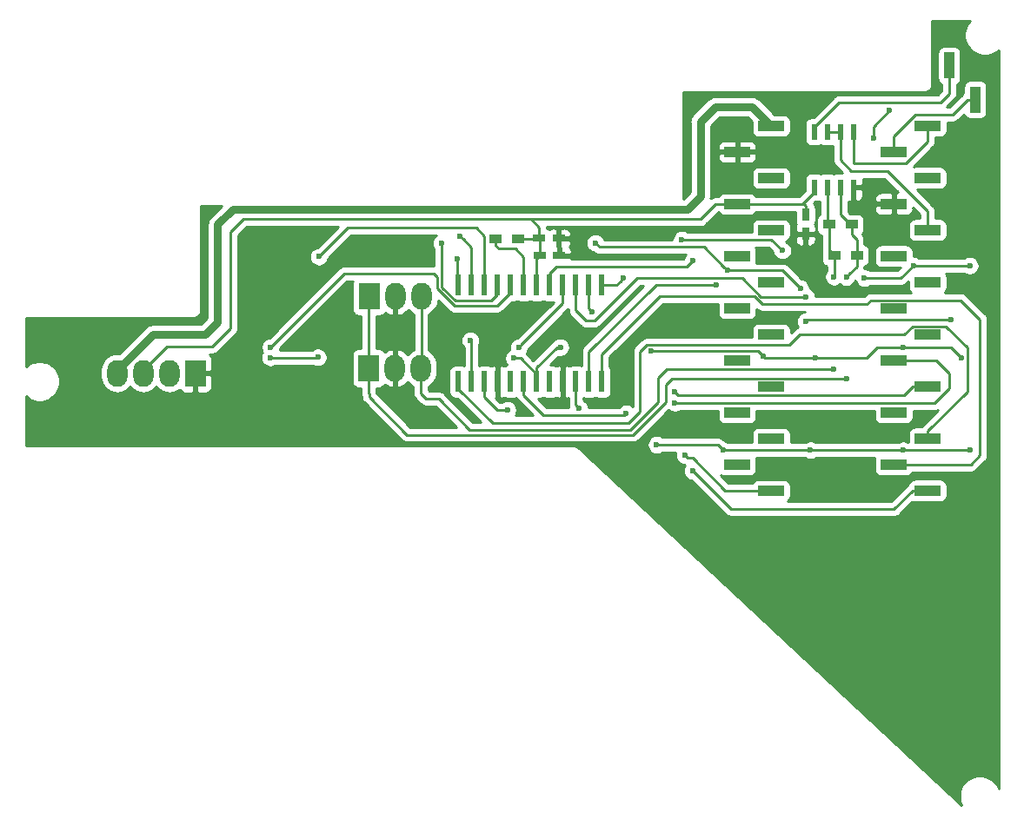
<source format=gbr>
G04 #@! TF.GenerationSoftware,KiCad,Pcbnew,(5.1.4-0-10_14)*
G04 #@! TF.CreationDate,2019-10-31T09:52:31+01:00*
G04 #@! TF.ProjectId,EWI_Left,4557495f-4c65-4667-942e-6b696361645f,-*
G04 #@! TF.SameCoordinates,Original*
G04 #@! TF.FileFunction,Copper,L2,Bot*
G04 #@! TF.FilePolarity,Positive*
%FSLAX46Y46*%
G04 Gerber Fmt 4.6, Leading zero omitted, Abs format (unit mm)*
G04 Created by KiCad (PCBNEW (5.1.4-0-10_14)) date 2019-10-31 09:52:31*
%MOMM*%
%LPD*%
G04 APERTURE LIST*
%ADD10C,0.600000*%
%ADD11R,2.000000X2.600000*%
%ADD12O,2.000000X2.600000*%
%ADD13R,0.750000X1.200000*%
%ADD14R,1.200000X0.900000*%
%ADD15R,0.600000X1.550000*%
%ADD16R,1.200000X0.750000*%
%ADD17R,0.600000X2.000000*%
%ADD18R,2.510000X1.000000*%
%ADD19R,1.000000X2.510000*%
%ADD20C,0.228600*%
%ADD21C,0.762000*%
%ADD22C,0.254000*%
G04 APERTURE END LIST*
D10*
X111060000Y-57620000D03*
X105560000Y-56620000D03*
X93560000Y-60870000D03*
X105060000Y-71370000D03*
X109060000Y-47370000D03*
X118560000Y-50370000D03*
X113560000Y-40370000D03*
X123060000Y-45870000D03*
X135060000Y-45370000D03*
X131060000Y-45370000D03*
D11*
X58140000Y-61870000D03*
D12*
X55600000Y-61870000D03*
X53060000Y-61870000D03*
X50520000Y-61870000D03*
D13*
X117560000Y-46370000D03*
X117560000Y-48270000D03*
D14*
X120360000Y-50370000D03*
X122560000Y-50370000D03*
D15*
X118438671Y-38333601D03*
X119708671Y-38333601D03*
X120978671Y-38333601D03*
X122248671Y-38333601D03*
X122248671Y-43733601D03*
X120978671Y-43733601D03*
X119708671Y-43733601D03*
X118438671Y-43733601D03*
D11*
X75060000Y-54370000D03*
D12*
X77600000Y-54370000D03*
X80140000Y-54370000D03*
D11*
X75020000Y-61370000D03*
D12*
X77560000Y-61370000D03*
X80100000Y-61370000D03*
D16*
X91630000Y-48720000D03*
X93530000Y-48720000D03*
X91660000Y-50400000D03*
X93560000Y-50400000D03*
D17*
X97730000Y-62690000D03*
X96460000Y-62690000D03*
X95190000Y-62690000D03*
X93920000Y-62690000D03*
X92650000Y-62690000D03*
X91380000Y-62690000D03*
X90110000Y-62690000D03*
X88840000Y-62690000D03*
X87570000Y-62690000D03*
X86300000Y-62690000D03*
X85030000Y-62690000D03*
X83760000Y-62690000D03*
X83760000Y-53290000D03*
X85030000Y-53290000D03*
X86300000Y-53290000D03*
X87570000Y-53290000D03*
X88840000Y-53290000D03*
X90110000Y-53290000D03*
X91380000Y-53290000D03*
X92650000Y-53290000D03*
X93920000Y-53290000D03*
X95190000Y-53290000D03*
X96460000Y-53290000D03*
X97730000Y-53290000D03*
D14*
X119860000Y-47370000D03*
X122060000Y-47370000D03*
X89610000Y-48740000D03*
X87410000Y-48740000D03*
D18*
X129470000Y-37750000D03*
X129470000Y-42830000D03*
X129470000Y-47910000D03*
X129470000Y-52990000D03*
X129470000Y-58070000D03*
X129470000Y-63150000D03*
X129470000Y-68230000D03*
X129470000Y-73310000D03*
X126160000Y-40290000D03*
X126160000Y-45370000D03*
X126160000Y-50450000D03*
X126160000Y-55530000D03*
X126160000Y-60610000D03*
X126160000Y-65690000D03*
X126160000Y-70770000D03*
X114225000Y-37760000D03*
X114225000Y-42840000D03*
X114225000Y-47920000D03*
X114225000Y-53000000D03*
X114225000Y-58080000D03*
X114225000Y-63160000D03*
X114225000Y-68240000D03*
X114225000Y-73320000D03*
X110915000Y-40300000D03*
X110915000Y-45380000D03*
X110915000Y-50460000D03*
X110915000Y-55540000D03*
X110915000Y-60620000D03*
X110915000Y-65700000D03*
X110915000Y-70780000D03*
D19*
X131560000Y-31870000D03*
X134100000Y-35180000D03*
D10*
X84060000Y-56870000D03*
X121535543Y-52483973D03*
X121560000Y-62370000D03*
X120336454Y-52456408D03*
X120284011Y-61440037D03*
X108867342Y-53224628D03*
X117601996Y-56802113D03*
X117627103Y-54416507D03*
X131760000Y-56630000D03*
X123294329Y-52597765D03*
X84921462Y-58678839D03*
X109967890Y-51852567D03*
X117060000Y-53577890D03*
X97090093Y-49167417D03*
X128060000Y-51370000D03*
X133560000Y-51370000D03*
X132717890Y-60351094D03*
X102539386Y-59707388D03*
X89158225Y-60394338D03*
X70060000Y-60320000D03*
X65440000Y-60340000D03*
X113481355Y-60220378D03*
X93677804Y-59327334D03*
X127060000Y-59370000D03*
X118560000Y-60370000D03*
X100101509Y-65793509D03*
X103071802Y-68833429D03*
X133560000Y-69370000D03*
X127060000Y-69370000D03*
X118060000Y-69370000D03*
X109560000Y-69370000D03*
X95516731Y-65301035D03*
X88534128Y-65433149D03*
X83920000Y-48502110D03*
X124180000Y-38970000D03*
X125750000Y-36250000D03*
X105520946Y-48831571D03*
X115300000Y-49900000D03*
X82120000Y-49190000D03*
X106600000Y-50910000D03*
X96770000Y-55860000D03*
X89644740Y-59350029D03*
X70160000Y-50500000D03*
X65451202Y-59320981D03*
X104848520Y-64751593D03*
X104823318Y-63705708D03*
X105810000Y-69870000D03*
X83680000Y-50710000D03*
X99853170Y-52580867D03*
X106560000Y-71370000D03*
D20*
X122248671Y-38808601D02*
X122248671Y-38333601D01*
X129470000Y-37750000D02*
X129470000Y-39260782D01*
X129470000Y-39260782D02*
X127307089Y-41423693D01*
X127307089Y-41423693D02*
X122248671Y-41423693D01*
X122248671Y-41423693D02*
X122248671Y-38808601D01*
X126160000Y-39561400D02*
X126160000Y-40290000D01*
X128275619Y-36663600D02*
X126160000Y-38779219D01*
X131887800Y-36663600D02*
X128275619Y-36663600D01*
X134100000Y-35180000D02*
X133371400Y-35180000D01*
X133371400Y-35180000D02*
X131887800Y-36663600D01*
X126160000Y-38779219D02*
X126160000Y-39561400D01*
X58140000Y-61870000D02*
X60150000Y-61870000D01*
X129470000Y-47910000D02*
X129470000Y-46070000D01*
X120978671Y-41094053D02*
X120978671Y-39337201D01*
X129470000Y-46070000D02*
X125550306Y-42150306D01*
X125550306Y-42150306D02*
X122034924Y-42150306D01*
X120978671Y-39337201D02*
X120978671Y-38333601D01*
X122034924Y-42150306D02*
X120978671Y-41094053D01*
X120978671Y-38333601D02*
X119708671Y-38333601D01*
X72310000Y-46841827D02*
X90832000Y-46841827D01*
X61560000Y-48120000D02*
X62838173Y-46841827D01*
X62838173Y-46841827D02*
X72310000Y-46841827D01*
X59770000Y-59290000D02*
X61560000Y-57500000D01*
X61560000Y-57500000D02*
X61560000Y-48120000D01*
X90832000Y-46841827D02*
X91471549Y-46841827D01*
X91471549Y-46841827D02*
X91478075Y-46848353D01*
X91478075Y-46848353D02*
X107338269Y-46848353D01*
X107338269Y-46848353D02*
X108806622Y-45380000D01*
X108806622Y-45380000D02*
X110915000Y-45380000D01*
X91630000Y-48720000D02*
X91630000Y-47639827D01*
X91630000Y-47639827D02*
X90832000Y-46841827D01*
X53060000Y-61870000D02*
X53060000Y-61570000D01*
X53060000Y-61570000D02*
X55340000Y-59290000D01*
X55340000Y-59290000D02*
X59770000Y-59290000D01*
X89610000Y-48740000D02*
X91610000Y-48740000D01*
X91610000Y-48740000D02*
X91630000Y-48720000D01*
X91660000Y-50400000D02*
X91660000Y-48750000D01*
X91660000Y-48750000D02*
X91630000Y-48720000D01*
X91380000Y-53290000D02*
X91380000Y-50680000D01*
X91380000Y-50680000D02*
X91660000Y-50400000D01*
X53060000Y-62170000D02*
X53060000Y-61870000D01*
X117560000Y-46370000D02*
X117560000Y-45541400D01*
X117560000Y-45541400D02*
X117398600Y-45380000D01*
X117398600Y-45380000D02*
X117267272Y-45380000D01*
X110915000Y-45380000D02*
X117267272Y-45380000D01*
X117267272Y-45380000D02*
X118438671Y-44208601D01*
X118438671Y-44208601D02*
X118438671Y-43733601D01*
D21*
X107310000Y-44620000D02*
X107310000Y-37360000D01*
X107310000Y-37360000D02*
X108810000Y-35860000D01*
X106060000Y-45870000D02*
X107310000Y-44620000D01*
X61810000Y-45870000D02*
X106060000Y-45870000D01*
X60310000Y-47370000D02*
X61810000Y-45870000D01*
X60310000Y-56870000D02*
X60310000Y-47370000D01*
X59060000Y-58120000D02*
X60310000Y-56870000D01*
X53970000Y-58120000D02*
X59060000Y-58120000D01*
X50520000Y-61870000D02*
X50520000Y-61570000D01*
X50520000Y-61570000D02*
X53970000Y-58120000D01*
X108810000Y-35860000D02*
X112325000Y-35860000D01*
X112325000Y-35860000D02*
X114225000Y-37760000D01*
D20*
X75020000Y-61370000D02*
X75020000Y-63830000D01*
X75020000Y-63830000D02*
X75060000Y-63870000D01*
X75060000Y-63870000D02*
X75060000Y-64170000D01*
X75060000Y-64170000D02*
X78760000Y-67870000D01*
X78760000Y-67870000D02*
X100748634Y-67870000D01*
X100748634Y-67870000D02*
X103944103Y-64674531D01*
X103944103Y-64674531D02*
X103944103Y-62983796D01*
X103944103Y-62983796D02*
X104560000Y-62367899D01*
X104560000Y-62367899D02*
X121133635Y-62367899D01*
X121133635Y-62367899D02*
X121135736Y-62370000D01*
X121135736Y-62370000D02*
X121560000Y-62370000D01*
X75020000Y-54410000D02*
X75060000Y-54370000D01*
X75020000Y-61370000D02*
X75020000Y-54410000D01*
X122560000Y-51459516D02*
X121835542Y-52183974D01*
X122560000Y-50370000D02*
X122560000Y-51459516D01*
X121835542Y-52183974D02*
X121535543Y-52483973D01*
X122060000Y-48370000D02*
X122560000Y-48870000D01*
X122560000Y-48870000D02*
X122560000Y-50370000D01*
X122060000Y-47370000D02*
X122060000Y-48370000D01*
X120978671Y-43733601D02*
X120978671Y-46438671D01*
X121910000Y-47370000D02*
X122060000Y-47370000D01*
X120978671Y-46438671D02*
X121910000Y-47370000D01*
X120284011Y-61440037D02*
X104052143Y-61440037D01*
X80601264Y-64331264D02*
X80100000Y-63830000D01*
X104052143Y-61440037D02*
X103210387Y-62281793D01*
X81829864Y-64331264D02*
X80601264Y-64331264D01*
X103210387Y-62281793D02*
X103210387Y-64644863D01*
X103210387Y-64644863D02*
X100485250Y-67370000D01*
X100485250Y-67370000D02*
X84868600Y-67370000D01*
X84868600Y-67370000D02*
X81829864Y-64331264D01*
X80100000Y-63830000D02*
X80100000Y-61370000D01*
X80140000Y-54370000D02*
X80140000Y-61330000D01*
X80140000Y-61330000D02*
X80100000Y-61370000D01*
X120360000Y-52432862D02*
X120336454Y-52456408D01*
X120360000Y-50370000D02*
X120360000Y-52432862D01*
X119860000Y-47370000D02*
X119860000Y-49870000D01*
X119860000Y-49870000D02*
X120360000Y-50370000D01*
X119708671Y-43733601D02*
X119708671Y-47218671D01*
X119708671Y-47218671D02*
X119860000Y-47370000D01*
X118438671Y-38333601D02*
X118438671Y-37858601D01*
X118438671Y-37858601D02*
X120853657Y-35443615D01*
X120853657Y-35443615D02*
X130736385Y-35443615D01*
X130736385Y-35443615D02*
X131560000Y-34620000D01*
X131560000Y-34620000D02*
X131560000Y-31870000D01*
X96460000Y-59760000D02*
X102995372Y-53224628D01*
X102995372Y-53224628D02*
X108443078Y-53224628D01*
X96460000Y-62690000D02*
X96460000Y-59760000D01*
X108443078Y-53224628D02*
X108867342Y-53224628D01*
X117774109Y-56630000D02*
X117601996Y-56802113D01*
X131760000Y-56630000D02*
X117774109Y-56630000D01*
X117202839Y-54416507D02*
X117627103Y-54416507D01*
X95190000Y-55750000D02*
X96160000Y-56720000D01*
X96160000Y-56720000D02*
X97060000Y-56720000D01*
X95190000Y-53290000D02*
X95190000Y-55750000D01*
X111423770Y-52618486D02*
X113221791Y-54416507D01*
X97060000Y-56720000D02*
X101161514Y-52618486D01*
X101161514Y-52618486D02*
X111423770Y-52618486D01*
X113221791Y-54416507D02*
X117202839Y-54416507D01*
X123718593Y-52597765D02*
X123294329Y-52597765D01*
X126832235Y-52597765D02*
X123718593Y-52597765D01*
X128060000Y-51370000D02*
X126832235Y-52597765D01*
X97090093Y-49167417D02*
X97489597Y-49566921D01*
X97489597Y-49566921D02*
X107682244Y-49566921D01*
X107682244Y-49566921D02*
X109667891Y-51552568D01*
X109667891Y-51552568D02*
X109967890Y-51852567D01*
X85030000Y-58787377D02*
X84921462Y-58678839D01*
X85030000Y-62690000D02*
X85030000Y-58787377D01*
X117060000Y-53577890D02*
X115334677Y-51852567D01*
X110392154Y-51852567D02*
X109967890Y-51852567D01*
X115334677Y-51852567D02*
X110392154Y-51852567D01*
X97160000Y-49237324D02*
X97090093Y-49167417D01*
X133560000Y-51370000D02*
X128060000Y-51370000D01*
X132417891Y-60051095D02*
X132717890Y-60351094D01*
X131736796Y-59370000D02*
X132417891Y-60051095D01*
X127060000Y-59370000D02*
X131736796Y-59370000D01*
X113481355Y-60220378D02*
X112968365Y-59707388D01*
X102963650Y-59707388D02*
X102539386Y-59707388D01*
X112968365Y-59707388D02*
X102963650Y-59707388D01*
X89582489Y-60394338D02*
X89158225Y-60394338D01*
X89784338Y-60394338D02*
X89582489Y-60394338D01*
X91380000Y-61990000D02*
X89784338Y-60394338D01*
X91380000Y-62690000D02*
X91380000Y-61990000D01*
X91380000Y-62690000D02*
X91380000Y-61310222D01*
X91380000Y-61310222D02*
X93362888Y-59327334D01*
X93362888Y-59327334D02*
X93677804Y-59327334D01*
X65440000Y-60340000D02*
X70040000Y-60340000D01*
X70040000Y-60340000D02*
X70060000Y-60320000D01*
X118560000Y-60370000D02*
X113630977Y-60370000D01*
X113630977Y-60370000D02*
X113481355Y-60220378D01*
X118560000Y-60370000D02*
X123560000Y-60370000D01*
X123560000Y-60370000D02*
X124560000Y-59370000D01*
X124560000Y-59370000D02*
X127060000Y-59370000D01*
X90110000Y-62690000D02*
X90110000Y-63998043D01*
X90110000Y-63998043D02*
X92033526Y-65921569D01*
X92033526Y-65921569D02*
X100004283Y-65921569D01*
X100004283Y-65921569D02*
X100101509Y-65824343D01*
X100101509Y-65824343D02*
X100101509Y-65793509D01*
X103496066Y-68833429D02*
X103071802Y-68833429D01*
X109023429Y-68833429D02*
X103496066Y-68833429D01*
X109560000Y-69370000D02*
X109023429Y-68833429D01*
X127060000Y-69370000D02*
X133560000Y-69370000D01*
X118060000Y-69370000D02*
X127060000Y-69370000D01*
X109560000Y-69370000D02*
X118060000Y-69370000D01*
X95190000Y-64974304D02*
X95216732Y-65001036D01*
X95216732Y-65001036D02*
X95516731Y-65301035D01*
X95190000Y-62690000D02*
X95190000Y-64974304D01*
X86300000Y-62690000D02*
X86300000Y-64211939D01*
X86300000Y-64211939D02*
X87521210Y-65433149D01*
X87521210Y-65433149D02*
X88534128Y-65433149D01*
X84219999Y-48802109D02*
X83920000Y-48502110D01*
X85030000Y-49612110D02*
X84219999Y-48802109D01*
X85030000Y-53290000D02*
X85030000Y-49612110D01*
X125750000Y-36250000D02*
X124180000Y-37820000D01*
X124180000Y-37820000D02*
X124180000Y-38970000D01*
X87570000Y-53290000D02*
X87570000Y-54226298D01*
X87570000Y-54226298D02*
X86986778Y-54809520D01*
X86986778Y-54809520D02*
X83453738Y-54809520D01*
X83453738Y-54809520D02*
X82120000Y-53475782D01*
X82120000Y-53475782D02*
X82120000Y-49614264D01*
X82120000Y-49614264D02*
X82120000Y-49190000D01*
X115300000Y-49900000D02*
X114231571Y-48831571D01*
X114231571Y-48831571D02*
X105945210Y-48831571D01*
X105945210Y-48831571D02*
X105520946Y-48831571D01*
X92650000Y-53290000D02*
X92650000Y-52119605D01*
X92650000Y-52119605D02*
X93279605Y-51490000D01*
X93279605Y-51490000D02*
X106020000Y-51490000D01*
X106020000Y-51490000D02*
X106600000Y-50910000D01*
X96460000Y-53290000D02*
X96460000Y-55550000D01*
X96460000Y-55550000D02*
X96770000Y-55860000D01*
X89944739Y-59050030D02*
X89644740Y-59350029D01*
X93920000Y-55074769D02*
X89944739Y-59050030D01*
X93920000Y-53290000D02*
X93920000Y-55074769D01*
X86300000Y-53290000D02*
X86300000Y-48510000D01*
X86300000Y-48510000D02*
X85464171Y-47674171D01*
X85464171Y-47674171D02*
X72985829Y-47674171D01*
X72985829Y-47674171D02*
X70160000Y-50500000D01*
X65451202Y-59320981D02*
X72619987Y-52152196D01*
X72619987Y-52152196D02*
X81342196Y-52152196D01*
X81342196Y-52152196D02*
X81689467Y-52499467D01*
X81689467Y-52499467D02*
X81689467Y-53620000D01*
X81689467Y-53620000D02*
X83360713Y-55291246D01*
X88840000Y-53990000D02*
X88840000Y-53290000D01*
X83360713Y-55291246D02*
X87538754Y-55291246D01*
X87538754Y-55291246D02*
X88840000Y-53990000D01*
X89320000Y-49720000D02*
X90110000Y-50510000D01*
X90110000Y-50510000D02*
X90110000Y-53290000D01*
X87711400Y-49720000D02*
X89320000Y-49720000D01*
X87410000Y-48740000D02*
X87410000Y-49418600D01*
X87410000Y-49418600D02*
X87711400Y-49720000D01*
X105272784Y-64751593D02*
X104848520Y-64751593D01*
X130149189Y-64751593D02*
X105272784Y-64751593D01*
X131560000Y-63340782D02*
X130149189Y-64751593D01*
X131560000Y-61870000D02*
X131560000Y-63340782D01*
X130300000Y-60610000D02*
X131560000Y-61870000D01*
X126160000Y-60610000D02*
X130300000Y-60610000D01*
X126160000Y-60678090D02*
X126160000Y-60610000D01*
X127986400Y-63150000D02*
X127130693Y-64005707D01*
X129470000Y-63150000D02*
X127986400Y-63150000D01*
X105123317Y-64005707D02*
X104823318Y-63705708D01*
X127130693Y-64005707D02*
X105123317Y-64005707D01*
X97730000Y-62690000D02*
X97730000Y-59990000D01*
X97730000Y-59990000D02*
X103378512Y-54341488D01*
X134560000Y-69870000D02*
X133660000Y-70770000D01*
X103378512Y-54341488D02*
X112572021Y-54341488D01*
X112572021Y-54341488D02*
X113354121Y-55123589D01*
X123942101Y-54737899D02*
X132677899Y-54737899D01*
X113354121Y-55123589D02*
X123556411Y-55123589D01*
X123556411Y-55123589D02*
X123942101Y-54737899D01*
X134560000Y-56620000D02*
X134560000Y-69870000D01*
X132677899Y-54737899D02*
X134560000Y-56620000D01*
X133660000Y-70770000D02*
X126160000Y-70770000D01*
X129470000Y-68230000D02*
X129470000Y-67501400D01*
X127189218Y-58070000D02*
X117040885Y-58070000D01*
X129470000Y-67501400D02*
X133310000Y-63661400D01*
X83760000Y-63390000D02*
X83760000Y-62690000D01*
X133310000Y-63661400D02*
X133310000Y-59370000D01*
X131217899Y-57277899D02*
X127981319Y-57277899D01*
X100322843Y-66732102D02*
X87102102Y-66732102D01*
X133310000Y-59370000D02*
X131217899Y-57277899D01*
X127981319Y-57277899D02*
X127189218Y-58070000D01*
X117040885Y-58070000D02*
X115995607Y-59115278D01*
X87102102Y-66732102D02*
X83760000Y-63390000D01*
X115995607Y-59115278D02*
X102112310Y-59115278D01*
X102112310Y-59115278D02*
X101461269Y-59766319D01*
X101461269Y-59766319D02*
X101461269Y-65593676D01*
X101461269Y-65593676D02*
X100322843Y-66732102D01*
X106560000Y-70120000D02*
X106060000Y-70120000D01*
X106060000Y-70120000D02*
X105810000Y-69870000D01*
X109760000Y-73320000D02*
X106560000Y-70120000D01*
X114225000Y-73320000D02*
X109760000Y-73320000D01*
X83680000Y-50710000D02*
X83680000Y-53210000D01*
X83680000Y-53210000D02*
X83760000Y-53290000D01*
X99144037Y-53290000D02*
X99553171Y-52880866D01*
X99553171Y-52880866D02*
X99853170Y-52580867D01*
X97730000Y-53290000D02*
X99144037Y-53290000D01*
X126176400Y-75120000D02*
X110310000Y-75120000D01*
X110310000Y-75120000D02*
X106560000Y-71370000D01*
X129470000Y-73310000D02*
X127986400Y-73310000D01*
X127986400Y-73310000D02*
X126176400Y-75120000D01*
D22*
G36*
X133488149Y-27634636D02*
G01*
X133270915Y-27959750D01*
X133121282Y-28320997D01*
X133045000Y-28704495D01*
X133045000Y-29095505D01*
X133121282Y-29479003D01*
X133270915Y-29840250D01*
X133488149Y-30165364D01*
X133764636Y-30441851D01*
X134089750Y-30659085D01*
X134450997Y-30808718D01*
X134834495Y-30885000D01*
X135225505Y-30885000D01*
X135609003Y-30808718D01*
X135970250Y-30659085D01*
X136295364Y-30441851D01*
X136381351Y-30355864D01*
X136381350Y-102352498D01*
X136289085Y-102129750D01*
X136071851Y-101804636D01*
X135795364Y-101528149D01*
X135470250Y-101310915D01*
X135109003Y-101161282D01*
X134725505Y-101085000D01*
X134334495Y-101085000D01*
X133950997Y-101161282D01*
X133589750Y-101310915D01*
X133264636Y-101528149D01*
X132988149Y-101804636D01*
X132770915Y-102129750D01*
X132621282Y-102490997D01*
X132545000Y-102874495D01*
X132545000Y-103265505D01*
X132621282Y-103649003D01*
X132749135Y-103957668D01*
X95384254Y-69091023D01*
X95370339Y-69074067D01*
X95335028Y-69045088D01*
X95326363Y-69037002D01*
X95309055Y-69023772D01*
X95266035Y-68988466D01*
X95255499Y-68982835D01*
X95246023Y-68975591D01*
X95196118Y-68951095D01*
X95147034Y-68924859D01*
X95135608Y-68921393D01*
X95124896Y-68916135D01*
X95071156Y-68901842D01*
X95017911Y-68885690D01*
X95006029Y-68884520D01*
X94994495Y-68881452D01*
X94939010Y-68877919D01*
X94917275Y-68875778D01*
X94905392Y-68875778D01*
X94859836Y-68872877D01*
X94838109Y-68875778D01*
X41612350Y-68875778D01*
X41612350Y-64119565D01*
X41694636Y-64201851D01*
X42019750Y-64419085D01*
X42380997Y-64568718D01*
X42764495Y-64645000D01*
X43155505Y-64645000D01*
X43539003Y-64568718D01*
X43900250Y-64419085D01*
X44225364Y-64201851D01*
X44501851Y-63925364D01*
X44719085Y-63600250D01*
X44868718Y-63239003D01*
X44945000Y-62855505D01*
X44945000Y-62464495D01*
X44868718Y-62080997D01*
X44719085Y-61719750D01*
X44501851Y-61394636D01*
X44225364Y-61118149D01*
X43900250Y-60900915D01*
X43539003Y-60751282D01*
X43155505Y-60675000D01*
X42764495Y-60675000D01*
X42380997Y-60751282D01*
X42019750Y-60900915D01*
X41694636Y-61118149D01*
X41612350Y-61200435D01*
X41612350Y-56445000D01*
X57966353Y-56445000D01*
X58000000Y-56448314D01*
X58033647Y-56445000D01*
X58134283Y-56435088D01*
X58263406Y-56395919D01*
X58382407Y-56332312D01*
X58486711Y-56246711D01*
X58572312Y-56142407D01*
X58635919Y-56023406D01*
X58675088Y-55894283D01*
X58688314Y-55760000D01*
X58685000Y-55726353D01*
X58685000Y-45563328D01*
X60679831Y-45563328D01*
X59626868Y-46616292D01*
X59588105Y-46648104D01*
X59461141Y-46802810D01*
X59381560Y-46951697D01*
X59366799Y-46979313D01*
X59308702Y-47170830D01*
X59289085Y-47370000D01*
X59294001Y-47419912D01*
X59294000Y-56449159D01*
X58639160Y-57104000D01*
X54019902Y-57104000D01*
X53970000Y-57099085D01*
X53920098Y-57104000D01*
X53770829Y-57118702D01*
X53579313Y-57176798D01*
X53402810Y-57271140D01*
X53248104Y-57398104D01*
X53216293Y-57436866D01*
X50707594Y-59945565D01*
X50520000Y-59927089D01*
X50199485Y-59958657D01*
X49891286Y-60052148D01*
X49607249Y-60203969D01*
X49358286Y-60408286D01*
X49153969Y-60657248D01*
X49002148Y-60941285D01*
X48908657Y-61249484D01*
X48885000Y-61489678D01*
X48885000Y-62250321D01*
X48908657Y-62490515D01*
X49002148Y-62798714D01*
X49153969Y-63082751D01*
X49358286Y-63331714D01*
X49607248Y-63536031D01*
X49891285Y-63687852D01*
X50199484Y-63781343D01*
X50520000Y-63812911D01*
X50840515Y-63781343D01*
X51148714Y-63687852D01*
X51432751Y-63536031D01*
X51681714Y-63331714D01*
X51790000Y-63199766D01*
X51898286Y-63331714D01*
X52147248Y-63536031D01*
X52431285Y-63687852D01*
X52739484Y-63781343D01*
X53060000Y-63812911D01*
X53380515Y-63781343D01*
X53688714Y-63687852D01*
X53972751Y-63536031D01*
X54221714Y-63331714D01*
X54330000Y-63199766D01*
X54438286Y-63331714D01*
X54687248Y-63536031D01*
X54971285Y-63687852D01*
X55279484Y-63781343D01*
X55600000Y-63812911D01*
X55920515Y-63781343D01*
X56228714Y-63687852D01*
X56512751Y-63536031D01*
X56584261Y-63477345D01*
X56609463Y-63524494D01*
X56688815Y-63621185D01*
X56785506Y-63700537D01*
X56895820Y-63759502D01*
X57015518Y-63795812D01*
X57140000Y-63808072D01*
X57854250Y-63805000D01*
X58013000Y-63646250D01*
X58013000Y-61997000D01*
X58267000Y-61997000D01*
X58267000Y-63646250D01*
X58425750Y-63805000D01*
X59140000Y-63808072D01*
X59264482Y-63795812D01*
X59384180Y-63759502D01*
X59494494Y-63700537D01*
X59591185Y-63621185D01*
X59670537Y-63524494D01*
X59729502Y-63414180D01*
X59765812Y-63294482D01*
X59778072Y-63170000D01*
X59775000Y-62155750D01*
X59616250Y-61997000D01*
X58267000Y-61997000D01*
X58013000Y-61997000D01*
X57993000Y-61997000D01*
X57993000Y-61743000D01*
X58013000Y-61743000D01*
X58013000Y-61723000D01*
X58267000Y-61723000D01*
X58267000Y-61743000D01*
X59616250Y-61743000D01*
X59775000Y-61584250D01*
X59778072Y-60570000D01*
X59765812Y-60445518D01*
X59729502Y-60325820D01*
X59670537Y-60215506D01*
X59591185Y-60118815D01*
X59494494Y-60039463D01*
X59494189Y-60039300D01*
X59733205Y-60039300D01*
X59770000Y-60042924D01*
X59806795Y-60039300D01*
X59806806Y-60039300D01*
X59916888Y-60028458D01*
X60058132Y-59985612D01*
X60188303Y-59916034D01*
X60302398Y-59822398D01*
X60325863Y-59793806D01*
X62063813Y-58055857D01*
X62092398Y-58032398D01*
X62186034Y-57918303D01*
X62255612Y-57788132D01*
X62298458Y-57646888D01*
X62309300Y-57536806D01*
X62309300Y-57536797D01*
X62312924Y-57500001D01*
X62309300Y-57463205D01*
X62309300Y-48430369D01*
X63148544Y-47591127D01*
X72009202Y-47591127D01*
X70027241Y-49573090D01*
X69887271Y-49600932D01*
X69717111Y-49671414D01*
X69563972Y-49773738D01*
X69433738Y-49903972D01*
X69331414Y-50057111D01*
X69260932Y-50227271D01*
X69225000Y-50407911D01*
X69225000Y-50592089D01*
X69260932Y-50772729D01*
X69331414Y-50942889D01*
X69433738Y-51096028D01*
X69563972Y-51226262D01*
X69717111Y-51328586D01*
X69887271Y-51399068D01*
X70067911Y-51435000D01*
X70252089Y-51435000D01*
X70432729Y-51399068D01*
X70602889Y-51328586D01*
X70756028Y-51226262D01*
X70886262Y-51096028D01*
X70988586Y-50942889D01*
X71059068Y-50772729D01*
X71086910Y-50632759D01*
X73296200Y-48423471D01*
X81584236Y-48423471D01*
X81523972Y-48463738D01*
X81393738Y-48593972D01*
X81291414Y-48747111D01*
X81220932Y-48917271D01*
X81185000Y-49097911D01*
X81185000Y-49282089D01*
X81220932Y-49462729D01*
X81291414Y-49632889D01*
X81370701Y-49751551D01*
X81370701Y-51402079D01*
X81342196Y-51399272D01*
X81305401Y-51402896D01*
X72656783Y-51402896D01*
X72619987Y-51399272D01*
X72583191Y-51402896D01*
X72583181Y-51402896D01*
X72473099Y-51413738D01*
X72331855Y-51456584D01*
X72201683Y-51526162D01*
X72127301Y-51587207D01*
X72087589Y-51619798D01*
X72064128Y-51648385D01*
X65318443Y-58394071D01*
X65178473Y-58421913D01*
X65008313Y-58492395D01*
X64855174Y-58594719D01*
X64724940Y-58724953D01*
X64622616Y-58878092D01*
X64552134Y-59048252D01*
X64516202Y-59228892D01*
X64516202Y-59413070D01*
X64552134Y-59593710D01*
X64622616Y-59763870D01*
X64661529Y-59822108D01*
X64611414Y-59897111D01*
X64540932Y-60067271D01*
X64505000Y-60247911D01*
X64505000Y-60432089D01*
X64540932Y-60612729D01*
X64611414Y-60782889D01*
X64713738Y-60936028D01*
X64843972Y-61066262D01*
X64997111Y-61168586D01*
X65167271Y-61239068D01*
X65347911Y-61275000D01*
X65532089Y-61275000D01*
X65712729Y-61239068D01*
X65882889Y-61168586D01*
X66001549Y-61089300D01*
X69528383Y-61089300D01*
X69617111Y-61148586D01*
X69787271Y-61219068D01*
X69967911Y-61255000D01*
X70152089Y-61255000D01*
X70332729Y-61219068D01*
X70502889Y-61148586D01*
X70656028Y-61046262D01*
X70786262Y-60916028D01*
X70888586Y-60762889D01*
X70959068Y-60592729D01*
X70995000Y-60412089D01*
X70995000Y-60227911D01*
X70959068Y-60047271D01*
X70888586Y-59877111D01*
X70786262Y-59723972D01*
X70656028Y-59593738D01*
X70502889Y-59491414D01*
X70332729Y-59420932D01*
X70152089Y-59385000D01*
X69967911Y-59385000D01*
X69787271Y-59420932D01*
X69617111Y-59491414D01*
X69468519Y-59590700D01*
X66350869Y-59590700D01*
X66378112Y-59453740D01*
X72930357Y-52901496D01*
X73447542Y-52901496D01*
X73434188Y-52945518D01*
X73421928Y-53070000D01*
X73421928Y-55670000D01*
X73434188Y-55794482D01*
X73470498Y-55914180D01*
X73529463Y-56024494D01*
X73608815Y-56121185D01*
X73705506Y-56200537D01*
X73815820Y-56259502D01*
X73935518Y-56295812D01*
X74060000Y-56308072D01*
X74270701Y-56308072D01*
X74270700Y-59431928D01*
X74020000Y-59431928D01*
X73895518Y-59444188D01*
X73775820Y-59480498D01*
X73665506Y-59539463D01*
X73568815Y-59618815D01*
X73489463Y-59715506D01*
X73430498Y-59825820D01*
X73394188Y-59945518D01*
X73381928Y-60070000D01*
X73381928Y-62670000D01*
X73394188Y-62794482D01*
X73430498Y-62914180D01*
X73489463Y-63024494D01*
X73568815Y-63121185D01*
X73665506Y-63200537D01*
X73775820Y-63259502D01*
X73895518Y-63295812D01*
X74020000Y-63308072D01*
X74270701Y-63308072D01*
X74270701Y-63793195D01*
X74267076Y-63830000D01*
X74281543Y-63976887D01*
X74310700Y-64073007D01*
X74310700Y-64133205D01*
X74307076Y-64170000D01*
X74310700Y-64206795D01*
X74310700Y-64206806D01*
X74321542Y-64316888D01*
X74364388Y-64458132D01*
X74433966Y-64588303D01*
X74527602Y-64702398D01*
X74556193Y-64725862D01*
X78204141Y-68373811D01*
X78227602Y-68402398D01*
X78256188Y-68425858D01*
X78256190Y-68425860D01*
X78341696Y-68496034D01*
X78383037Y-68518131D01*
X78471868Y-68565612D01*
X78613112Y-68608458D01*
X78723194Y-68619300D01*
X78723203Y-68619300D01*
X78759999Y-68622924D01*
X78796795Y-68619300D01*
X100711839Y-68619300D01*
X100748634Y-68622924D01*
X100785429Y-68619300D01*
X100785440Y-68619300D01*
X100895522Y-68608458D01*
X101036766Y-68565612D01*
X101166937Y-68496034D01*
X101281032Y-68402398D01*
X101304497Y-68373806D01*
X104226471Y-65451834D01*
X104252492Y-65477855D01*
X104405631Y-65580179D01*
X104575791Y-65650661D01*
X104756431Y-65686593D01*
X104940609Y-65686593D01*
X105121249Y-65650661D01*
X105291409Y-65580179D01*
X105410069Y-65500893D01*
X109021928Y-65500893D01*
X109021928Y-66200000D01*
X109034188Y-66324482D01*
X109070498Y-66444180D01*
X109129463Y-66554494D01*
X109208815Y-66651185D01*
X109305506Y-66730537D01*
X109415820Y-66789502D01*
X109535518Y-66825812D01*
X109660000Y-66838072D01*
X112170000Y-66838072D01*
X112294482Y-66825812D01*
X112414180Y-66789502D01*
X112524494Y-66730537D01*
X112621185Y-66651185D01*
X112700537Y-66554494D01*
X112759502Y-66444180D01*
X112795812Y-66324482D01*
X112808072Y-66200000D01*
X112808072Y-65500893D01*
X124266928Y-65500893D01*
X124266928Y-66190000D01*
X124279188Y-66314482D01*
X124315498Y-66434180D01*
X124374463Y-66544494D01*
X124453815Y-66641185D01*
X124550506Y-66720537D01*
X124660820Y-66779502D01*
X124780518Y-66815812D01*
X124905000Y-66828072D01*
X127415000Y-66828072D01*
X127539482Y-66815812D01*
X127659180Y-66779502D01*
X127769494Y-66720537D01*
X127866185Y-66641185D01*
X127945537Y-66544494D01*
X128004502Y-66434180D01*
X128040812Y-66314482D01*
X128053072Y-66190000D01*
X128053072Y-65500893D01*
X130112394Y-65500893D01*
X130149189Y-65504517D01*
X130185984Y-65500893D01*
X130185995Y-65500893D01*
X130296077Y-65490051D01*
X130437321Y-65447205D01*
X130495764Y-65415966D01*
X128966189Y-66945542D01*
X128937603Y-66969002D01*
X128914143Y-66997588D01*
X128914140Y-66997591D01*
X128843966Y-67083097D01*
X128839246Y-67091928D01*
X128215000Y-67091928D01*
X128090518Y-67104188D01*
X127970820Y-67140498D01*
X127860506Y-67199463D01*
X127763815Y-67278815D01*
X127684463Y-67375506D01*
X127625498Y-67485820D01*
X127589188Y-67605518D01*
X127576928Y-67730000D01*
X127576928Y-68590885D01*
X127502889Y-68541414D01*
X127332729Y-68470932D01*
X127152089Y-68435000D01*
X126967911Y-68435000D01*
X126787271Y-68470932D01*
X126617111Y-68541414D01*
X126498451Y-68620700D01*
X118621549Y-68620700D01*
X118502889Y-68541414D01*
X118332729Y-68470932D01*
X118152089Y-68435000D01*
X117967911Y-68435000D01*
X117787271Y-68470932D01*
X117617111Y-68541414D01*
X117498451Y-68620700D01*
X116118072Y-68620700D01*
X116118072Y-67740000D01*
X116105812Y-67615518D01*
X116069502Y-67495820D01*
X116010537Y-67385506D01*
X115931185Y-67288815D01*
X115834494Y-67209463D01*
X115724180Y-67150498D01*
X115604482Y-67114188D01*
X115480000Y-67101928D01*
X112970000Y-67101928D01*
X112845518Y-67114188D01*
X112725820Y-67150498D01*
X112615506Y-67209463D01*
X112518815Y-67288815D01*
X112439463Y-67385506D01*
X112380498Y-67495820D01*
X112344188Y-67615518D01*
X112331928Y-67740000D01*
X112331928Y-68620700D01*
X110121549Y-68620700D01*
X110002889Y-68541414D01*
X109832729Y-68470932D01*
X109692759Y-68443090D01*
X109579292Y-68329623D01*
X109555827Y-68301031D01*
X109441732Y-68207395D01*
X109311561Y-68137817D01*
X109170317Y-68094971D01*
X109060235Y-68084129D01*
X109060224Y-68084129D01*
X109023429Y-68080505D01*
X108986634Y-68084129D01*
X103633351Y-68084129D01*
X103514691Y-68004843D01*
X103344531Y-67934361D01*
X103163891Y-67898429D01*
X102979713Y-67898429D01*
X102799073Y-67934361D01*
X102628913Y-68004843D01*
X102475774Y-68107167D01*
X102345540Y-68237401D01*
X102243216Y-68390540D01*
X102172734Y-68560700D01*
X102136802Y-68741340D01*
X102136802Y-68925518D01*
X102172734Y-69106158D01*
X102243216Y-69276318D01*
X102345540Y-69429457D01*
X102475774Y-69559691D01*
X102628913Y-69662015D01*
X102799073Y-69732497D01*
X102979713Y-69768429D01*
X103163891Y-69768429D01*
X103344531Y-69732497D01*
X103514691Y-69662015D01*
X103633351Y-69582729D01*
X104916955Y-69582729D01*
X104910932Y-69597271D01*
X104875000Y-69777911D01*
X104875000Y-69962089D01*
X104910932Y-70142729D01*
X104981414Y-70312889D01*
X105083738Y-70466028D01*
X105213972Y-70596262D01*
X105367111Y-70698586D01*
X105537271Y-70769068D01*
X105717911Y-70805000D01*
X105752014Y-70805000D01*
X105771868Y-70815612D01*
X105800177Y-70824199D01*
X105731414Y-70927111D01*
X105660932Y-71097271D01*
X105625000Y-71277911D01*
X105625000Y-71462089D01*
X105660932Y-71642729D01*
X105731414Y-71812889D01*
X105833738Y-71966028D01*
X105963972Y-72096262D01*
X106117111Y-72198586D01*
X106287271Y-72269068D01*
X106427241Y-72296910D01*
X109754141Y-75623811D01*
X109777602Y-75652398D01*
X109806188Y-75675858D01*
X109806190Y-75675860D01*
X109891696Y-75746034D01*
X110021868Y-75815612D01*
X110163112Y-75858458D01*
X110273194Y-75869300D01*
X110273204Y-75869300D01*
X110310000Y-75872924D01*
X110346796Y-75869300D01*
X126139605Y-75869300D01*
X126176400Y-75872924D01*
X126213195Y-75869300D01*
X126213206Y-75869300D01*
X126323288Y-75858458D01*
X126464532Y-75815612D01*
X126594703Y-75746034D01*
X126708798Y-75652398D01*
X126732263Y-75623806D01*
X127961533Y-74394538D01*
X127970820Y-74399502D01*
X128090518Y-74435812D01*
X128215000Y-74448072D01*
X130725000Y-74448072D01*
X130849482Y-74435812D01*
X130969180Y-74399502D01*
X131079494Y-74340537D01*
X131176185Y-74261185D01*
X131255537Y-74164494D01*
X131314502Y-74054180D01*
X131350812Y-73934482D01*
X131363072Y-73810000D01*
X131363072Y-72810000D01*
X131350812Y-72685518D01*
X131314502Y-72565820D01*
X131255537Y-72455506D01*
X131176185Y-72358815D01*
X131079494Y-72279463D01*
X130969180Y-72220498D01*
X130849482Y-72184188D01*
X130725000Y-72171928D01*
X128215000Y-72171928D01*
X128090518Y-72184188D01*
X127970820Y-72220498D01*
X127860506Y-72279463D01*
X127763815Y-72358815D01*
X127684463Y-72455506D01*
X127625498Y-72565820D01*
X127593831Y-72670211D01*
X127568097Y-72683966D01*
X127482590Y-72754139D01*
X127482583Y-72754146D01*
X127454002Y-72777602D01*
X127430546Y-72806183D01*
X125866031Y-74370700D01*
X115796772Y-74370700D01*
X115834494Y-74350537D01*
X115931185Y-74271185D01*
X116010537Y-74174494D01*
X116069502Y-74064180D01*
X116105812Y-73944482D01*
X116118072Y-73820000D01*
X116118072Y-72820000D01*
X116105812Y-72695518D01*
X116069502Y-72575820D01*
X116010537Y-72465506D01*
X115931185Y-72368815D01*
X115834494Y-72289463D01*
X115724180Y-72230498D01*
X115604482Y-72194188D01*
X115480000Y-72181928D01*
X112970000Y-72181928D01*
X112845518Y-72194188D01*
X112725820Y-72230498D01*
X112615506Y-72289463D01*
X112518815Y-72368815D01*
X112439463Y-72465506D01*
X112383235Y-72570700D01*
X110070370Y-72570700D01*
X109315605Y-71815935D01*
X109415820Y-71869502D01*
X109535518Y-71905812D01*
X109660000Y-71918072D01*
X112170000Y-71918072D01*
X112294482Y-71905812D01*
X112414180Y-71869502D01*
X112524494Y-71810537D01*
X112621185Y-71731185D01*
X112700537Y-71634494D01*
X112759502Y-71524180D01*
X112795812Y-71404482D01*
X112808072Y-71280000D01*
X112808072Y-70280000D01*
X112795812Y-70155518D01*
X112784825Y-70119300D01*
X117498451Y-70119300D01*
X117617111Y-70198586D01*
X117787271Y-70269068D01*
X117967911Y-70305000D01*
X118152089Y-70305000D01*
X118332729Y-70269068D01*
X118502889Y-70198586D01*
X118621549Y-70119300D01*
X124287141Y-70119300D01*
X124279188Y-70145518D01*
X124266928Y-70270000D01*
X124266928Y-71270000D01*
X124279188Y-71394482D01*
X124315498Y-71514180D01*
X124374463Y-71624494D01*
X124453815Y-71721185D01*
X124550506Y-71800537D01*
X124660820Y-71859502D01*
X124780518Y-71895812D01*
X124905000Y-71908072D01*
X127415000Y-71908072D01*
X127539482Y-71895812D01*
X127659180Y-71859502D01*
X127769494Y-71800537D01*
X127866185Y-71721185D01*
X127945537Y-71624494D01*
X128001765Y-71519300D01*
X133623205Y-71519300D01*
X133660000Y-71522924D01*
X133696795Y-71519300D01*
X133696806Y-71519300D01*
X133806888Y-71508458D01*
X133948132Y-71465612D01*
X134078303Y-71396034D01*
X134192398Y-71302398D01*
X134215863Y-71273806D01*
X135063811Y-70425859D01*
X135092398Y-70402398D01*
X135165857Y-70312889D01*
X135186034Y-70288304D01*
X135233989Y-70198586D01*
X135255612Y-70158132D01*
X135298458Y-70016888D01*
X135309300Y-69906806D01*
X135309300Y-69906797D01*
X135312924Y-69870001D01*
X135309300Y-69833205D01*
X135309300Y-56656796D01*
X135312924Y-56620000D01*
X135309300Y-56583204D01*
X135309300Y-56583194D01*
X135298458Y-56473112D01*
X135255612Y-56331868D01*
X135186034Y-56201697D01*
X135174672Y-56187852D01*
X135115861Y-56116190D01*
X135115854Y-56116183D01*
X135092398Y-56087602D01*
X135063818Y-56064147D01*
X133233762Y-54234093D01*
X133210297Y-54205501D01*
X133096202Y-54111865D01*
X132966031Y-54042287D01*
X132824787Y-53999441D01*
X132714705Y-53988599D01*
X132714694Y-53988599D01*
X132677899Y-53984975D01*
X132641104Y-53988599D01*
X131118411Y-53988599D01*
X131176185Y-53941185D01*
X131255537Y-53844494D01*
X131314502Y-53734180D01*
X131350812Y-53614482D01*
X131363072Y-53490000D01*
X131363072Y-52490000D01*
X131350812Y-52365518D01*
X131314502Y-52245820D01*
X131255537Y-52135506D01*
X131242237Y-52119300D01*
X132998451Y-52119300D01*
X133117111Y-52198586D01*
X133287271Y-52269068D01*
X133467911Y-52305000D01*
X133652089Y-52305000D01*
X133832729Y-52269068D01*
X134002889Y-52198586D01*
X134156028Y-52096262D01*
X134286262Y-51966028D01*
X134388586Y-51812889D01*
X134459068Y-51642729D01*
X134495000Y-51462089D01*
X134495000Y-51277911D01*
X134459068Y-51097271D01*
X134388586Y-50927111D01*
X134286262Y-50773972D01*
X134156028Y-50643738D01*
X134002889Y-50541414D01*
X133832729Y-50470932D01*
X133652089Y-50435000D01*
X133467911Y-50435000D01*
X133287271Y-50470932D01*
X133117111Y-50541414D01*
X132998451Y-50620700D01*
X128621549Y-50620700D01*
X128502889Y-50541414D01*
X128332729Y-50470932D01*
X128152089Y-50435000D01*
X128053072Y-50435000D01*
X128053072Y-49950000D01*
X128040812Y-49825518D01*
X128004502Y-49705820D01*
X127945537Y-49595506D01*
X127866185Y-49498815D01*
X127769494Y-49419463D01*
X127659180Y-49360498D01*
X127539482Y-49324188D01*
X127415000Y-49311928D01*
X124905000Y-49311928D01*
X124780518Y-49324188D01*
X124660820Y-49360498D01*
X124550506Y-49419463D01*
X124453815Y-49498815D01*
X124374463Y-49595506D01*
X124315498Y-49705820D01*
X124279188Y-49825518D01*
X124266928Y-49950000D01*
X124266928Y-50950000D01*
X124279188Y-51074482D01*
X124315498Y-51194180D01*
X124374463Y-51304494D01*
X124453815Y-51401185D01*
X124550506Y-51480537D01*
X124660820Y-51539502D01*
X124780518Y-51575812D01*
X124905000Y-51588072D01*
X126782259Y-51588072D01*
X126521866Y-51848465D01*
X123855878Y-51848465D01*
X123737218Y-51769179D01*
X123567058Y-51698697D01*
X123386418Y-51662765D01*
X123281361Y-51662765D01*
X123298458Y-51606404D01*
X123309300Y-51496322D01*
X123309300Y-51496313D01*
X123312924Y-51459517D01*
X123310788Y-51437832D01*
X123404180Y-51409502D01*
X123514494Y-51350537D01*
X123611185Y-51271185D01*
X123690537Y-51174494D01*
X123749502Y-51064180D01*
X123785812Y-50944482D01*
X123798072Y-50820000D01*
X123798072Y-49920000D01*
X123785812Y-49795518D01*
X123749502Y-49675820D01*
X123690537Y-49565506D01*
X123611185Y-49468815D01*
X123514494Y-49389463D01*
X123404180Y-49330498D01*
X123309300Y-49301716D01*
X123309300Y-48906796D01*
X123312924Y-48870000D01*
X123309300Y-48833204D01*
X123309300Y-48833194D01*
X123298458Y-48723112D01*
X123255612Y-48581868D01*
X123230284Y-48534482D01*
X123186034Y-48451696D01*
X123115861Y-48366191D01*
X123115858Y-48366188D01*
X123092398Y-48337602D01*
X123063812Y-48314142D01*
X123061572Y-48311902D01*
X123111185Y-48271185D01*
X123190537Y-48174494D01*
X123249502Y-48064180D01*
X123285812Y-47944482D01*
X123298072Y-47820000D01*
X123298072Y-46920000D01*
X123285812Y-46795518D01*
X123249502Y-46675820D01*
X123190537Y-46565506D01*
X123111185Y-46468815D01*
X123014494Y-46389463D01*
X122904180Y-46330498D01*
X122784482Y-46294188D01*
X122660000Y-46281928D01*
X121881597Y-46281928D01*
X121727971Y-46128302D01*
X121727971Y-45870000D01*
X124266928Y-45870000D01*
X124279188Y-45994482D01*
X124315498Y-46114180D01*
X124374463Y-46224494D01*
X124453815Y-46321185D01*
X124550506Y-46400537D01*
X124660820Y-46459502D01*
X124780518Y-46495812D01*
X124905000Y-46508072D01*
X125874250Y-46505000D01*
X126033000Y-46346250D01*
X126033000Y-45497000D01*
X124428750Y-45497000D01*
X124270000Y-45655750D01*
X124266928Y-45870000D01*
X121727971Y-45870000D01*
X121727971Y-45105226D01*
X121824189Y-45134413D01*
X121948671Y-45146673D01*
X121962921Y-45143601D01*
X122121671Y-44984851D01*
X122121671Y-43860601D01*
X122375671Y-43860601D01*
X122375671Y-44984851D01*
X122534421Y-45143601D01*
X122548671Y-45146673D01*
X122673153Y-45134413D01*
X122792851Y-45098103D01*
X122903165Y-45039138D01*
X122999856Y-44959786D01*
X123073541Y-44870000D01*
X124266928Y-44870000D01*
X124270000Y-45084250D01*
X124428750Y-45243000D01*
X126033000Y-45243000D01*
X126033000Y-44393750D01*
X125874250Y-44235000D01*
X124905000Y-44231928D01*
X124780518Y-44244188D01*
X124660820Y-44280498D01*
X124550506Y-44339463D01*
X124453815Y-44418815D01*
X124374463Y-44515506D01*
X124315498Y-44625820D01*
X124279188Y-44745518D01*
X124266928Y-44870000D01*
X123073541Y-44870000D01*
X123079208Y-44863095D01*
X123138173Y-44752781D01*
X123174483Y-44633083D01*
X123186743Y-44508601D01*
X123183671Y-44019351D01*
X123024921Y-43860601D01*
X122375671Y-43860601D01*
X122121671Y-43860601D01*
X122101671Y-43860601D01*
X122101671Y-43606601D01*
X122121671Y-43606601D01*
X122121671Y-43586601D01*
X122375671Y-43586601D01*
X122375671Y-43606601D01*
X123024921Y-43606601D01*
X123183671Y-43447851D01*
X123186743Y-42958601D01*
X123180933Y-42899606D01*
X125239937Y-42899606D01*
X126574921Y-44234591D01*
X126445750Y-44235000D01*
X126287000Y-44393750D01*
X126287000Y-45243000D01*
X126307000Y-45243000D01*
X126307000Y-45497000D01*
X126287000Y-45497000D01*
X126287000Y-46346250D01*
X126445750Y-46505000D01*
X127415000Y-46508072D01*
X127539482Y-46495812D01*
X127659180Y-46459502D01*
X127769494Y-46400537D01*
X127866185Y-46321185D01*
X127945537Y-46224494D01*
X128004502Y-46114180D01*
X128040812Y-45994482D01*
X128053072Y-45870000D01*
X128050784Y-45710454D01*
X128720701Y-46380371D01*
X128720701Y-46771928D01*
X128215000Y-46771928D01*
X128090518Y-46784188D01*
X127970820Y-46820498D01*
X127860506Y-46879463D01*
X127763815Y-46958815D01*
X127684463Y-47055506D01*
X127625498Y-47165820D01*
X127589188Y-47285518D01*
X127576928Y-47410000D01*
X127576928Y-48410000D01*
X127589188Y-48534482D01*
X127625498Y-48654180D01*
X127684463Y-48764494D01*
X127763815Y-48861185D01*
X127860506Y-48940537D01*
X127970820Y-48999502D01*
X128090518Y-49035812D01*
X128215000Y-49048072D01*
X130725000Y-49048072D01*
X130849482Y-49035812D01*
X130969180Y-48999502D01*
X131079494Y-48940537D01*
X131176185Y-48861185D01*
X131255537Y-48764494D01*
X131314502Y-48654180D01*
X131350812Y-48534482D01*
X131363072Y-48410000D01*
X131363072Y-47410000D01*
X131350812Y-47285518D01*
X131314502Y-47165820D01*
X131255537Y-47055506D01*
X131176185Y-46958815D01*
X131079494Y-46879463D01*
X130969180Y-46820498D01*
X130849482Y-46784188D01*
X130725000Y-46771928D01*
X130219300Y-46771928D01*
X130219300Y-46106795D01*
X130222924Y-46069999D01*
X130219300Y-46033203D01*
X130219300Y-46033194D01*
X130208458Y-45923112D01*
X130165612Y-45781868D01*
X130096034Y-45651697D01*
X130002398Y-45537602D01*
X129973811Y-45514141D01*
X128427742Y-43968072D01*
X130725000Y-43968072D01*
X130849482Y-43955812D01*
X130969180Y-43919502D01*
X131079494Y-43860537D01*
X131176185Y-43781185D01*
X131255537Y-43684494D01*
X131314502Y-43574180D01*
X131350812Y-43454482D01*
X131363072Y-43330000D01*
X131363072Y-42330000D01*
X131350812Y-42205518D01*
X131314502Y-42085820D01*
X131255537Y-41975506D01*
X131176185Y-41878815D01*
X131079494Y-41799463D01*
X130969180Y-41740498D01*
X130849482Y-41704188D01*
X130725000Y-41691928D01*
X128215000Y-41691928D01*
X128090518Y-41704188D01*
X128084410Y-41706041D01*
X129973811Y-39816641D01*
X130002398Y-39793180D01*
X130040566Y-39746673D01*
X130096034Y-39679086D01*
X130165612Y-39548914D01*
X130179172Y-39504213D01*
X130208458Y-39407670D01*
X130219300Y-39297588D01*
X130219300Y-39297579D01*
X130222924Y-39260783D01*
X130219300Y-39223987D01*
X130219300Y-38888072D01*
X130725000Y-38888072D01*
X130849482Y-38875812D01*
X130969180Y-38839502D01*
X131079494Y-38780537D01*
X131176185Y-38701185D01*
X131255537Y-38604494D01*
X131314502Y-38494180D01*
X131350812Y-38374482D01*
X131363072Y-38250000D01*
X131363072Y-37412900D01*
X131851005Y-37412900D01*
X131887800Y-37416524D01*
X131924595Y-37412900D01*
X131924606Y-37412900D01*
X132034688Y-37402058D01*
X132175932Y-37359212D01*
X132306103Y-37289634D01*
X132420198Y-37195998D01*
X132443663Y-37167406D01*
X132992202Y-36618867D01*
X133010498Y-36679180D01*
X133069463Y-36789494D01*
X133148815Y-36886185D01*
X133245506Y-36965537D01*
X133355820Y-37024502D01*
X133475518Y-37060812D01*
X133600000Y-37073072D01*
X134600000Y-37073072D01*
X134724482Y-37060812D01*
X134844180Y-37024502D01*
X134954494Y-36965537D01*
X135051185Y-36886185D01*
X135130537Y-36789494D01*
X135189502Y-36679180D01*
X135225812Y-36559482D01*
X135238072Y-36435000D01*
X135238072Y-33925000D01*
X135225812Y-33800518D01*
X135189502Y-33680820D01*
X135130537Y-33570506D01*
X135051185Y-33473815D01*
X134954494Y-33394463D01*
X134844180Y-33335498D01*
X134724482Y-33299188D01*
X134600000Y-33286928D01*
X133600000Y-33286928D01*
X133475518Y-33299188D01*
X133355820Y-33335498D01*
X133245506Y-33394463D01*
X133148815Y-33473815D01*
X133069463Y-33570506D01*
X133010498Y-33680820D01*
X132974188Y-33800518D01*
X132961928Y-33925000D01*
X132961928Y-34549246D01*
X132953097Y-34553966D01*
X132839002Y-34647602D01*
X132815541Y-34676189D01*
X131577431Y-35914300D01*
X131325369Y-35914300D01*
X132063812Y-35175858D01*
X132092398Y-35152398D01*
X132186034Y-35038303D01*
X132255612Y-34908132D01*
X132298458Y-34766888D01*
X132309300Y-34656806D01*
X132309300Y-34656798D01*
X132312924Y-34620000D01*
X132309300Y-34583202D01*
X132309300Y-33711765D01*
X132414494Y-33655537D01*
X132511185Y-33576185D01*
X132590537Y-33479494D01*
X132649502Y-33369180D01*
X132685812Y-33249482D01*
X132698072Y-33125000D01*
X132698072Y-30615000D01*
X132685812Y-30490518D01*
X132649502Y-30370820D01*
X132590537Y-30260506D01*
X132511185Y-30163815D01*
X132414494Y-30084463D01*
X132304180Y-30025498D01*
X132184482Y-29989188D01*
X132060000Y-29976928D01*
X131060000Y-29976928D01*
X130935518Y-29989188D01*
X130815820Y-30025498D01*
X130705506Y-30084463D01*
X130608815Y-30163815D01*
X130529463Y-30260506D01*
X130470498Y-30370820D01*
X130434188Y-30490518D01*
X130421928Y-30615000D01*
X130421928Y-33125000D01*
X130434188Y-33249482D01*
X130470498Y-33369180D01*
X130529463Y-33479494D01*
X130608815Y-33576185D01*
X130705506Y-33655537D01*
X130810700Y-33711765D01*
X130810700Y-34309630D01*
X130426016Y-34694315D01*
X120890453Y-34694315D01*
X120853657Y-34690691D01*
X120816861Y-34694315D01*
X120816851Y-34694315D01*
X120706769Y-34705157D01*
X120565525Y-34748003D01*
X120435353Y-34817581D01*
X120385248Y-34858702D01*
X120321259Y-34911217D01*
X120297798Y-34939804D01*
X118317074Y-36920529D01*
X118138671Y-36920529D01*
X118014189Y-36932789D01*
X117894491Y-36969099D01*
X117784177Y-37028064D01*
X117687486Y-37107416D01*
X117608134Y-37204107D01*
X117549169Y-37314421D01*
X117512859Y-37434119D01*
X117500599Y-37558601D01*
X117500599Y-39108601D01*
X117512859Y-39233083D01*
X117549169Y-39352781D01*
X117608134Y-39463095D01*
X117687486Y-39559786D01*
X117784177Y-39639138D01*
X117894491Y-39698103D01*
X118014189Y-39734413D01*
X118138671Y-39746673D01*
X118738671Y-39746673D01*
X118863153Y-39734413D01*
X118982851Y-39698103D01*
X119073671Y-39649558D01*
X119164491Y-39698103D01*
X119284189Y-39734413D01*
X119408671Y-39746673D01*
X120008671Y-39746673D01*
X120133153Y-39734413D01*
X120229372Y-39705225D01*
X120229371Y-41057257D01*
X120225747Y-41094053D01*
X120229371Y-41130848D01*
X120229371Y-41130858D01*
X120240213Y-41240940D01*
X120264359Y-41320537D01*
X120283059Y-41382184D01*
X120352637Y-41512356D01*
X120400421Y-41570580D01*
X120446273Y-41626451D01*
X120474865Y-41649916D01*
X121145477Y-42320529D01*
X120678671Y-42320529D01*
X120554189Y-42332789D01*
X120434491Y-42369099D01*
X120343671Y-42417644D01*
X120252851Y-42369099D01*
X120133153Y-42332789D01*
X120008671Y-42320529D01*
X119408671Y-42320529D01*
X119284189Y-42332789D01*
X119164491Y-42369099D01*
X119073671Y-42417644D01*
X118982851Y-42369099D01*
X118863153Y-42332789D01*
X118738671Y-42320529D01*
X118138671Y-42320529D01*
X118014189Y-42332789D01*
X117894491Y-42369099D01*
X117784177Y-42428064D01*
X117687486Y-42507416D01*
X117608134Y-42604107D01*
X117549169Y-42714421D01*
X117512859Y-42834119D01*
X117500599Y-42958601D01*
X117500599Y-44087003D01*
X116956903Y-44630700D01*
X112756765Y-44630700D01*
X112700537Y-44525506D01*
X112621185Y-44428815D01*
X112524494Y-44349463D01*
X112414180Y-44290498D01*
X112294482Y-44254188D01*
X112170000Y-44241928D01*
X109660000Y-44241928D01*
X109535518Y-44254188D01*
X109415820Y-44290498D01*
X109305506Y-44349463D01*
X109208815Y-44428815D01*
X109129463Y-44525506D01*
X109073235Y-44630700D01*
X108843418Y-44630700D01*
X108806622Y-44627076D01*
X108769826Y-44630700D01*
X108769816Y-44630700D01*
X108659734Y-44641542D01*
X108518490Y-44684388D01*
X108388319Y-44753966D01*
X108311512Y-44816999D01*
X108326000Y-44669902D01*
X108326000Y-44669901D01*
X108330915Y-44620000D01*
X108326000Y-44570098D01*
X108326000Y-42340000D01*
X112331928Y-42340000D01*
X112331928Y-43340000D01*
X112344188Y-43464482D01*
X112380498Y-43584180D01*
X112439463Y-43694494D01*
X112518815Y-43791185D01*
X112615506Y-43870537D01*
X112725820Y-43929502D01*
X112845518Y-43965812D01*
X112970000Y-43978072D01*
X115480000Y-43978072D01*
X115604482Y-43965812D01*
X115724180Y-43929502D01*
X115834494Y-43870537D01*
X115931185Y-43791185D01*
X116010537Y-43694494D01*
X116069502Y-43584180D01*
X116105812Y-43464482D01*
X116118072Y-43340000D01*
X116118072Y-42340000D01*
X116105812Y-42215518D01*
X116069502Y-42095820D01*
X116010537Y-41985506D01*
X115931185Y-41888815D01*
X115834494Y-41809463D01*
X115724180Y-41750498D01*
X115604482Y-41714188D01*
X115480000Y-41701928D01*
X112970000Y-41701928D01*
X112845518Y-41714188D01*
X112725820Y-41750498D01*
X112615506Y-41809463D01*
X112518815Y-41888815D01*
X112439463Y-41985506D01*
X112380498Y-42095820D01*
X112344188Y-42215518D01*
X112331928Y-42340000D01*
X108326000Y-42340000D01*
X108326000Y-40800000D01*
X109021928Y-40800000D01*
X109034188Y-40924482D01*
X109070498Y-41044180D01*
X109129463Y-41154494D01*
X109208815Y-41251185D01*
X109305506Y-41330537D01*
X109415820Y-41389502D01*
X109535518Y-41425812D01*
X109660000Y-41438072D01*
X110629250Y-41435000D01*
X110788000Y-41276250D01*
X110788000Y-40427000D01*
X111042000Y-40427000D01*
X111042000Y-41276250D01*
X111200750Y-41435000D01*
X112170000Y-41438072D01*
X112294482Y-41425812D01*
X112414180Y-41389502D01*
X112524494Y-41330537D01*
X112621185Y-41251185D01*
X112700537Y-41154494D01*
X112759502Y-41044180D01*
X112795812Y-40924482D01*
X112808072Y-40800000D01*
X112805000Y-40585750D01*
X112646250Y-40427000D01*
X111042000Y-40427000D01*
X110788000Y-40427000D01*
X109183750Y-40427000D01*
X109025000Y-40585750D01*
X109021928Y-40800000D01*
X108326000Y-40800000D01*
X108326000Y-39800000D01*
X109021928Y-39800000D01*
X109025000Y-40014250D01*
X109183750Y-40173000D01*
X110788000Y-40173000D01*
X110788000Y-39323750D01*
X111042000Y-39323750D01*
X111042000Y-40173000D01*
X112646250Y-40173000D01*
X112805000Y-40014250D01*
X112808072Y-39800000D01*
X112795812Y-39675518D01*
X112759502Y-39555820D01*
X112700537Y-39445506D01*
X112621185Y-39348815D01*
X112524494Y-39269463D01*
X112414180Y-39210498D01*
X112294482Y-39174188D01*
X112170000Y-39161928D01*
X111200750Y-39165000D01*
X111042000Y-39323750D01*
X110788000Y-39323750D01*
X110629250Y-39165000D01*
X109660000Y-39161928D01*
X109535518Y-39174188D01*
X109415820Y-39210498D01*
X109305506Y-39269463D01*
X109208815Y-39348815D01*
X109129463Y-39445506D01*
X109070498Y-39555820D01*
X109034188Y-39675518D01*
X109021928Y-39800000D01*
X108326000Y-39800000D01*
X108326000Y-37780840D01*
X109230841Y-36876000D01*
X111904160Y-36876000D01*
X112331928Y-37303768D01*
X112331928Y-38260000D01*
X112344188Y-38384482D01*
X112380498Y-38504180D01*
X112439463Y-38614494D01*
X112518815Y-38711185D01*
X112615506Y-38790537D01*
X112725820Y-38849502D01*
X112845518Y-38885812D01*
X112970000Y-38898072D01*
X115480000Y-38898072D01*
X115604482Y-38885812D01*
X115724180Y-38849502D01*
X115834494Y-38790537D01*
X115931185Y-38711185D01*
X116010537Y-38614494D01*
X116069502Y-38504180D01*
X116105812Y-38384482D01*
X116118072Y-38260000D01*
X116118072Y-37260000D01*
X116105812Y-37135518D01*
X116069502Y-37015820D01*
X116010537Y-36905506D01*
X115931185Y-36808815D01*
X115834494Y-36729463D01*
X115724180Y-36670498D01*
X115604482Y-36634188D01*
X115480000Y-36621928D01*
X114523769Y-36621928D01*
X113078712Y-35176872D01*
X113046896Y-35138104D01*
X112892190Y-35011140D01*
X112715687Y-34916798D01*
X112524171Y-34858702D01*
X112374902Y-34844000D01*
X112325000Y-34839085D01*
X112275098Y-34844000D01*
X108859893Y-34844000D01*
X108809999Y-34839086D01*
X108760105Y-34844000D01*
X108760098Y-34844000D01*
X108630177Y-34856796D01*
X108610828Y-34858702D01*
X108552732Y-34876326D01*
X108419313Y-34916798D01*
X108242810Y-35011140D01*
X108088104Y-35138104D01*
X108056292Y-35176867D01*
X106626868Y-36606292D01*
X106588105Y-36638104D01*
X106461141Y-36792810D01*
X106386321Y-36932789D01*
X106366799Y-36969313D01*
X106308702Y-37160830D01*
X106289085Y-37360000D01*
X106294001Y-37409912D01*
X106294000Y-44199159D01*
X105639160Y-44854000D01*
X105621268Y-44854000D01*
X105620334Y-44844516D01*
X105615329Y-34445000D01*
X129158329Y-34445000D01*
X129191587Y-34448313D01*
X129225611Y-34445000D01*
X129225997Y-34445000D01*
X129259600Y-34441690D01*
X129325884Y-34435236D01*
X129326248Y-34435126D01*
X129326633Y-34435088D01*
X129391447Y-34415427D01*
X129455050Y-34396210D01*
X129455384Y-34396032D01*
X129455756Y-34395919D01*
X129515558Y-34363954D01*
X129574122Y-34332735D01*
X129574416Y-34332494D01*
X129574757Y-34332312D01*
X129626943Y-34289484D01*
X129678521Y-34247250D01*
X129678764Y-34246955D01*
X129679061Y-34246711D01*
X129721897Y-34194515D01*
X129764237Y-34143041D01*
X129764416Y-34142706D01*
X129764662Y-34142407D01*
X129796639Y-34082583D01*
X129827976Y-34024110D01*
X129828086Y-34023748D01*
X129828269Y-34023406D01*
X129847951Y-33958522D01*
X129867288Y-33895031D01*
X129867326Y-33894654D01*
X129867438Y-33894283D01*
X129874053Y-33827119D01*
X129877312Y-33794406D01*
X129877312Y-33794028D01*
X129880664Y-33760000D01*
X129877387Y-33726729D01*
X129884240Y-27544741D01*
X133579440Y-27543345D01*
X133488149Y-27634636D01*
X133488149Y-27634636D01*
G37*
X133488149Y-27634636D02*
X133270915Y-27959750D01*
X133121282Y-28320997D01*
X133045000Y-28704495D01*
X133045000Y-29095505D01*
X133121282Y-29479003D01*
X133270915Y-29840250D01*
X133488149Y-30165364D01*
X133764636Y-30441851D01*
X134089750Y-30659085D01*
X134450997Y-30808718D01*
X134834495Y-30885000D01*
X135225505Y-30885000D01*
X135609003Y-30808718D01*
X135970250Y-30659085D01*
X136295364Y-30441851D01*
X136381351Y-30355864D01*
X136381350Y-102352498D01*
X136289085Y-102129750D01*
X136071851Y-101804636D01*
X135795364Y-101528149D01*
X135470250Y-101310915D01*
X135109003Y-101161282D01*
X134725505Y-101085000D01*
X134334495Y-101085000D01*
X133950997Y-101161282D01*
X133589750Y-101310915D01*
X133264636Y-101528149D01*
X132988149Y-101804636D01*
X132770915Y-102129750D01*
X132621282Y-102490997D01*
X132545000Y-102874495D01*
X132545000Y-103265505D01*
X132621282Y-103649003D01*
X132749135Y-103957668D01*
X95384254Y-69091023D01*
X95370339Y-69074067D01*
X95335028Y-69045088D01*
X95326363Y-69037002D01*
X95309055Y-69023772D01*
X95266035Y-68988466D01*
X95255499Y-68982835D01*
X95246023Y-68975591D01*
X95196118Y-68951095D01*
X95147034Y-68924859D01*
X95135608Y-68921393D01*
X95124896Y-68916135D01*
X95071156Y-68901842D01*
X95017911Y-68885690D01*
X95006029Y-68884520D01*
X94994495Y-68881452D01*
X94939010Y-68877919D01*
X94917275Y-68875778D01*
X94905392Y-68875778D01*
X94859836Y-68872877D01*
X94838109Y-68875778D01*
X41612350Y-68875778D01*
X41612350Y-64119565D01*
X41694636Y-64201851D01*
X42019750Y-64419085D01*
X42380997Y-64568718D01*
X42764495Y-64645000D01*
X43155505Y-64645000D01*
X43539003Y-64568718D01*
X43900250Y-64419085D01*
X44225364Y-64201851D01*
X44501851Y-63925364D01*
X44719085Y-63600250D01*
X44868718Y-63239003D01*
X44945000Y-62855505D01*
X44945000Y-62464495D01*
X44868718Y-62080997D01*
X44719085Y-61719750D01*
X44501851Y-61394636D01*
X44225364Y-61118149D01*
X43900250Y-60900915D01*
X43539003Y-60751282D01*
X43155505Y-60675000D01*
X42764495Y-60675000D01*
X42380997Y-60751282D01*
X42019750Y-60900915D01*
X41694636Y-61118149D01*
X41612350Y-61200435D01*
X41612350Y-56445000D01*
X57966353Y-56445000D01*
X58000000Y-56448314D01*
X58033647Y-56445000D01*
X58134283Y-56435088D01*
X58263406Y-56395919D01*
X58382407Y-56332312D01*
X58486711Y-56246711D01*
X58572312Y-56142407D01*
X58635919Y-56023406D01*
X58675088Y-55894283D01*
X58688314Y-55760000D01*
X58685000Y-55726353D01*
X58685000Y-45563328D01*
X60679831Y-45563328D01*
X59626868Y-46616292D01*
X59588105Y-46648104D01*
X59461141Y-46802810D01*
X59381560Y-46951697D01*
X59366799Y-46979313D01*
X59308702Y-47170830D01*
X59289085Y-47370000D01*
X59294001Y-47419912D01*
X59294000Y-56449159D01*
X58639160Y-57104000D01*
X54019902Y-57104000D01*
X53970000Y-57099085D01*
X53920098Y-57104000D01*
X53770829Y-57118702D01*
X53579313Y-57176798D01*
X53402810Y-57271140D01*
X53248104Y-57398104D01*
X53216293Y-57436866D01*
X50707594Y-59945565D01*
X50520000Y-59927089D01*
X50199485Y-59958657D01*
X49891286Y-60052148D01*
X49607249Y-60203969D01*
X49358286Y-60408286D01*
X49153969Y-60657248D01*
X49002148Y-60941285D01*
X48908657Y-61249484D01*
X48885000Y-61489678D01*
X48885000Y-62250321D01*
X48908657Y-62490515D01*
X49002148Y-62798714D01*
X49153969Y-63082751D01*
X49358286Y-63331714D01*
X49607248Y-63536031D01*
X49891285Y-63687852D01*
X50199484Y-63781343D01*
X50520000Y-63812911D01*
X50840515Y-63781343D01*
X51148714Y-63687852D01*
X51432751Y-63536031D01*
X51681714Y-63331714D01*
X51790000Y-63199766D01*
X51898286Y-63331714D01*
X52147248Y-63536031D01*
X52431285Y-63687852D01*
X52739484Y-63781343D01*
X53060000Y-63812911D01*
X53380515Y-63781343D01*
X53688714Y-63687852D01*
X53972751Y-63536031D01*
X54221714Y-63331714D01*
X54330000Y-63199766D01*
X54438286Y-63331714D01*
X54687248Y-63536031D01*
X54971285Y-63687852D01*
X55279484Y-63781343D01*
X55600000Y-63812911D01*
X55920515Y-63781343D01*
X56228714Y-63687852D01*
X56512751Y-63536031D01*
X56584261Y-63477345D01*
X56609463Y-63524494D01*
X56688815Y-63621185D01*
X56785506Y-63700537D01*
X56895820Y-63759502D01*
X57015518Y-63795812D01*
X57140000Y-63808072D01*
X57854250Y-63805000D01*
X58013000Y-63646250D01*
X58013000Y-61997000D01*
X58267000Y-61997000D01*
X58267000Y-63646250D01*
X58425750Y-63805000D01*
X59140000Y-63808072D01*
X59264482Y-63795812D01*
X59384180Y-63759502D01*
X59494494Y-63700537D01*
X59591185Y-63621185D01*
X59670537Y-63524494D01*
X59729502Y-63414180D01*
X59765812Y-63294482D01*
X59778072Y-63170000D01*
X59775000Y-62155750D01*
X59616250Y-61997000D01*
X58267000Y-61997000D01*
X58013000Y-61997000D01*
X57993000Y-61997000D01*
X57993000Y-61743000D01*
X58013000Y-61743000D01*
X58013000Y-61723000D01*
X58267000Y-61723000D01*
X58267000Y-61743000D01*
X59616250Y-61743000D01*
X59775000Y-61584250D01*
X59778072Y-60570000D01*
X59765812Y-60445518D01*
X59729502Y-60325820D01*
X59670537Y-60215506D01*
X59591185Y-60118815D01*
X59494494Y-60039463D01*
X59494189Y-60039300D01*
X59733205Y-60039300D01*
X59770000Y-60042924D01*
X59806795Y-60039300D01*
X59806806Y-60039300D01*
X59916888Y-60028458D01*
X60058132Y-59985612D01*
X60188303Y-59916034D01*
X60302398Y-59822398D01*
X60325863Y-59793806D01*
X62063813Y-58055857D01*
X62092398Y-58032398D01*
X62186034Y-57918303D01*
X62255612Y-57788132D01*
X62298458Y-57646888D01*
X62309300Y-57536806D01*
X62309300Y-57536797D01*
X62312924Y-57500001D01*
X62309300Y-57463205D01*
X62309300Y-48430369D01*
X63148544Y-47591127D01*
X72009202Y-47591127D01*
X70027241Y-49573090D01*
X69887271Y-49600932D01*
X69717111Y-49671414D01*
X69563972Y-49773738D01*
X69433738Y-49903972D01*
X69331414Y-50057111D01*
X69260932Y-50227271D01*
X69225000Y-50407911D01*
X69225000Y-50592089D01*
X69260932Y-50772729D01*
X69331414Y-50942889D01*
X69433738Y-51096028D01*
X69563972Y-51226262D01*
X69717111Y-51328586D01*
X69887271Y-51399068D01*
X70067911Y-51435000D01*
X70252089Y-51435000D01*
X70432729Y-51399068D01*
X70602889Y-51328586D01*
X70756028Y-51226262D01*
X70886262Y-51096028D01*
X70988586Y-50942889D01*
X71059068Y-50772729D01*
X71086910Y-50632759D01*
X73296200Y-48423471D01*
X81584236Y-48423471D01*
X81523972Y-48463738D01*
X81393738Y-48593972D01*
X81291414Y-48747111D01*
X81220932Y-48917271D01*
X81185000Y-49097911D01*
X81185000Y-49282089D01*
X81220932Y-49462729D01*
X81291414Y-49632889D01*
X81370701Y-49751551D01*
X81370701Y-51402079D01*
X81342196Y-51399272D01*
X81305401Y-51402896D01*
X72656783Y-51402896D01*
X72619987Y-51399272D01*
X72583191Y-51402896D01*
X72583181Y-51402896D01*
X72473099Y-51413738D01*
X72331855Y-51456584D01*
X72201683Y-51526162D01*
X72127301Y-51587207D01*
X72087589Y-51619798D01*
X72064128Y-51648385D01*
X65318443Y-58394071D01*
X65178473Y-58421913D01*
X65008313Y-58492395D01*
X64855174Y-58594719D01*
X64724940Y-58724953D01*
X64622616Y-58878092D01*
X64552134Y-59048252D01*
X64516202Y-59228892D01*
X64516202Y-59413070D01*
X64552134Y-59593710D01*
X64622616Y-59763870D01*
X64661529Y-59822108D01*
X64611414Y-59897111D01*
X64540932Y-60067271D01*
X64505000Y-60247911D01*
X64505000Y-60432089D01*
X64540932Y-60612729D01*
X64611414Y-60782889D01*
X64713738Y-60936028D01*
X64843972Y-61066262D01*
X64997111Y-61168586D01*
X65167271Y-61239068D01*
X65347911Y-61275000D01*
X65532089Y-61275000D01*
X65712729Y-61239068D01*
X65882889Y-61168586D01*
X66001549Y-61089300D01*
X69528383Y-61089300D01*
X69617111Y-61148586D01*
X69787271Y-61219068D01*
X69967911Y-61255000D01*
X70152089Y-61255000D01*
X70332729Y-61219068D01*
X70502889Y-61148586D01*
X70656028Y-61046262D01*
X70786262Y-60916028D01*
X70888586Y-60762889D01*
X70959068Y-60592729D01*
X70995000Y-60412089D01*
X70995000Y-60227911D01*
X70959068Y-60047271D01*
X70888586Y-59877111D01*
X70786262Y-59723972D01*
X70656028Y-59593738D01*
X70502889Y-59491414D01*
X70332729Y-59420932D01*
X70152089Y-59385000D01*
X69967911Y-59385000D01*
X69787271Y-59420932D01*
X69617111Y-59491414D01*
X69468519Y-59590700D01*
X66350869Y-59590700D01*
X66378112Y-59453740D01*
X72930357Y-52901496D01*
X73447542Y-52901496D01*
X73434188Y-52945518D01*
X73421928Y-53070000D01*
X73421928Y-55670000D01*
X73434188Y-55794482D01*
X73470498Y-55914180D01*
X73529463Y-56024494D01*
X73608815Y-56121185D01*
X73705506Y-56200537D01*
X73815820Y-56259502D01*
X73935518Y-56295812D01*
X74060000Y-56308072D01*
X74270701Y-56308072D01*
X74270700Y-59431928D01*
X74020000Y-59431928D01*
X73895518Y-59444188D01*
X73775820Y-59480498D01*
X73665506Y-59539463D01*
X73568815Y-59618815D01*
X73489463Y-59715506D01*
X73430498Y-59825820D01*
X73394188Y-59945518D01*
X73381928Y-60070000D01*
X73381928Y-62670000D01*
X73394188Y-62794482D01*
X73430498Y-62914180D01*
X73489463Y-63024494D01*
X73568815Y-63121185D01*
X73665506Y-63200537D01*
X73775820Y-63259502D01*
X73895518Y-63295812D01*
X74020000Y-63308072D01*
X74270701Y-63308072D01*
X74270701Y-63793195D01*
X74267076Y-63830000D01*
X74281543Y-63976887D01*
X74310700Y-64073007D01*
X74310700Y-64133205D01*
X74307076Y-64170000D01*
X74310700Y-64206795D01*
X74310700Y-64206806D01*
X74321542Y-64316888D01*
X74364388Y-64458132D01*
X74433966Y-64588303D01*
X74527602Y-64702398D01*
X74556193Y-64725862D01*
X78204141Y-68373811D01*
X78227602Y-68402398D01*
X78256188Y-68425858D01*
X78256190Y-68425860D01*
X78341696Y-68496034D01*
X78383037Y-68518131D01*
X78471868Y-68565612D01*
X78613112Y-68608458D01*
X78723194Y-68619300D01*
X78723203Y-68619300D01*
X78759999Y-68622924D01*
X78796795Y-68619300D01*
X100711839Y-68619300D01*
X100748634Y-68622924D01*
X100785429Y-68619300D01*
X100785440Y-68619300D01*
X100895522Y-68608458D01*
X101036766Y-68565612D01*
X101166937Y-68496034D01*
X101281032Y-68402398D01*
X101304497Y-68373806D01*
X104226471Y-65451834D01*
X104252492Y-65477855D01*
X104405631Y-65580179D01*
X104575791Y-65650661D01*
X104756431Y-65686593D01*
X104940609Y-65686593D01*
X105121249Y-65650661D01*
X105291409Y-65580179D01*
X105410069Y-65500893D01*
X109021928Y-65500893D01*
X109021928Y-66200000D01*
X109034188Y-66324482D01*
X109070498Y-66444180D01*
X109129463Y-66554494D01*
X109208815Y-66651185D01*
X109305506Y-66730537D01*
X109415820Y-66789502D01*
X109535518Y-66825812D01*
X109660000Y-66838072D01*
X112170000Y-66838072D01*
X112294482Y-66825812D01*
X112414180Y-66789502D01*
X112524494Y-66730537D01*
X112621185Y-66651185D01*
X112700537Y-66554494D01*
X112759502Y-66444180D01*
X112795812Y-66324482D01*
X112808072Y-66200000D01*
X112808072Y-65500893D01*
X124266928Y-65500893D01*
X124266928Y-66190000D01*
X124279188Y-66314482D01*
X124315498Y-66434180D01*
X124374463Y-66544494D01*
X124453815Y-66641185D01*
X124550506Y-66720537D01*
X124660820Y-66779502D01*
X124780518Y-66815812D01*
X124905000Y-66828072D01*
X127415000Y-66828072D01*
X127539482Y-66815812D01*
X127659180Y-66779502D01*
X127769494Y-66720537D01*
X127866185Y-66641185D01*
X127945537Y-66544494D01*
X128004502Y-66434180D01*
X128040812Y-66314482D01*
X128053072Y-66190000D01*
X128053072Y-65500893D01*
X130112394Y-65500893D01*
X130149189Y-65504517D01*
X130185984Y-65500893D01*
X130185995Y-65500893D01*
X130296077Y-65490051D01*
X130437321Y-65447205D01*
X130495764Y-65415966D01*
X128966189Y-66945542D01*
X128937603Y-66969002D01*
X128914143Y-66997588D01*
X128914140Y-66997591D01*
X128843966Y-67083097D01*
X128839246Y-67091928D01*
X128215000Y-67091928D01*
X128090518Y-67104188D01*
X127970820Y-67140498D01*
X127860506Y-67199463D01*
X127763815Y-67278815D01*
X127684463Y-67375506D01*
X127625498Y-67485820D01*
X127589188Y-67605518D01*
X127576928Y-67730000D01*
X127576928Y-68590885D01*
X127502889Y-68541414D01*
X127332729Y-68470932D01*
X127152089Y-68435000D01*
X126967911Y-68435000D01*
X126787271Y-68470932D01*
X126617111Y-68541414D01*
X126498451Y-68620700D01*
X118621549Y-68620700D01*
X118502889Y-68541414D01*
X118332729Y-68470932D01*
X118152089Y-68435000D01*
X117967911Y-68435000D01*
X117787271Y-68470932D01*
X117617111Y-68541414D01*
X117498451Y-68620700D01*
X116118072Y-68620700D01*
X116118072Y-67740000D01*
X116105812Y-67615518D01*
X116069502Y-67495820D01*
X116010537Y-67385506D01*
X115931185Y-67288815D01*
X115834494Y-67209463D01*
X115724180Y-67150498D01*
X115604482Y-67114188D01*
X115480000Y-67101928D01*
X112970000Y-67101928D01*
X112845518Y-67114188D01*
X112725820Y-67150498D01*
X112615506Y-67209463D01*
X112518815Y-67288815D01*
X112439463Y-67385506D01*
X112380498Y-67495820D01*
X112344188Y-67615518D01*
X112331928Y-67740000D01*
X112331928Y-68620700D01*
X110121549Y-68620700D01*
X110002889Y-68541414D01*
X109832729Y-68470932D01*
X109692759Y-68443090D01*
X109579292Y-68329623D01*
X109555827Y-68301031D01*
X109441732Y-68207395D01*
X109311561Y-68137817D01*
X109170317Y-68094971D01*
X109060235Y-68084129D01*
X109060224Y-68084129D01*
X109023429Y-68080505D01*
X108986634Y-68084129D01*
X103633351Y-68084129D01*
X103514691Y-68004843D01*
X103344531Y-67934361D01*
X103163891Y-67898429D01*
X102979713Y-67898429D01*
X102799073Y-67934361D01*
X102628913Y-68004843D01*
X102475774Y-68107167D01*
X102345540Y-68237401D01*
X102243216Y-68390540D01*
X102172734Y-68560700D01*
X102136802Y-68741340D01*
X102136802Y-68925518D01*
X102172734Y-69106158D01*
X102243216Y-69276318D01*
X102345540Y-69429457D01*
X102475774Y-69559691D01*
X102628913Y-69662015D01*
X102799073Y-69732497D01*
X102979713Y-69768429D01*
X103163891Y-69768429D01*
X103344531Y-69732497D01*
X103514691Y-69662015D01*
X103633351Y-69582729D01*
X104916955Y-69582729D01*
X104910932Y-69597271D01*
X104875000Y-69777911D01*
X104875000Y-69962089D01*
X104910932Y-70142729D01*
X104981414Y-70312889D01*
X105083738Y-70466028D01*
X105213972Y-70596262D01*
X105367111Y-70698586D01*
X105537271Y-70769068D01*
X105717911Y-70805000D01*
X105752014Y-70805000D01*
X105771868Y-70815612D01*
X105800177Y-70824199D01*
X105731414Y-70927111D01*
X105660932Y-71097271D01*
X105625000Y-71277911D01*
X105625000Y-71462089D01*
X105660932Y-71642729D01*
X105731414Y-71812889D01*
X105833738Y-71966028D01*
X105963972Y-72096262D01*
X106117111Y-72198586D01*
X106287271Y-72269068D01*
X106427241Y-72296910D01*
X109754141Y-75623811D01*
X109777602Y-75652398D01*
X109806188Y-75675858D01*
X109806190Y-75675860D01*
X109891696Y-75746034D01*
X110021868Y-75815612D01*
X110163112Y-75858458D01*
X110273194Y-75869300D01*
X110273204Y-75869300D01*
X110310000Y-75872924D01*
X110346796Y-75869300D01*
X126139605Y-75869300D01*
X126176400Y-75872924D01*
X126213195Y-75869300D01*
X126213206Y-75869300D01*
X126323288Y-75858458D01*
X126464532Y-75815612D01*
X126594703Y-75746034D01*
X126708798Y-75652398D01*
X126732263Y-75623806D01*
X127961533Y-74394538D01*
X127970820Y-74399502D01*
X128090518Y-74435812D01*
X128215000Y-74448072D01*
X130725000Y-74448072D01*
X130849482Y-74435812D01*
X130969180Y-74399502D01*
X131079494Y-74340537D01*
X131176185Y-74261185D01*
X131255537Y-74164494D01*
X131314502Y-74054180D01*
X131350812Y-73934482D01*
X131363072Y-73810000D01*
X131363072Y-72810000D01*
X131350812Y-72685518D01*
X131314502Y-72565820D01*
X131255537Y-72455506D01*
X131176185Y-72358815D01*
X131079494Y-72279463D01*
X130969180Y-72220498D01*
X130849482Y-72184188D01*
X130725000Y-72171928D01*
X128215000Y-72171928D01*
X128090518Y-72184188D01*
X127970820Y-72220498D01*
X127860506Y-72279463D01*
X127763815Y-72358815D01*
X127684463Y-72455506D01*
X127625498Y-72565820D01*
X127593831Y-72670211D01*
X127568097Y-72683966D01*
X127482590Y-72754139D01*
X127482583Y-72754146D01*
X127454002Y-72777602D01*
X127430546Y-72806183D01*
X125866031Y-74370700D01*
X115796772Y-74370700D01*
X115834494Y-74350537D01*
X115931185Y-74271185D01*
X116010537Y-74174494D01*
X116069502Y-74064180D01*
X116105812Y-73944482D01*
X116118072Y-73820000D01*
X116118072Y-72820000D01*
X116105812Y-72695518D01*
X116069502Y-72575820D01*
X116010537Y-72465506D01*
X115931185Y-72368815D01*
X115834494Y-72289463D01*
X115724180Y-72230498D01*
X115604482Y-72194188D01*
X115480000Y-72181928D01*
X112970000Y-72181928D01*
X112845518Y-72194188D01*
X112725820Y-72230498D01*
X112615506Y-72289463D01*
X112518815Y-72368815D01*
X112439463Y-72465506D01*
X112383235Y-72570700D01*
X110070370Y-72570700D01*
X109315605Y-71815935D01*
X109415820Y-71869502D01*
X109535518Y-71905812D01*
X109660000Y-71918072D01*
X112170000Y-71918072D01*
X112294482Y-71905812D01*
X112414180Y-71869502D01*
X112524494Y-71810537D01*
X112621185Y-71731185D01*
X112700537Y-71634494D01*
X112759502Y-71524180D01*
X112795812Y-71404482D01*
X112808072Y-71280000D01*
X112808072Y-70280000D01*
X112795812Y-70155518D01*
X112784825Y-70119300D01*
X117498451Y-70119300D01*
X117617111Y-70198586D01*
X117787271Y-70269068D01*
X117967911Y-70305000D01*
X118152089Y-70305000D01*
X118332729Y-70269068D01*
X118502889Y-70198586D01*
X118621549Y-70119300D01*
X124287141Y-70119300D01*
X124279188Y-70145518D01*
X124266928Y-70270000D01*
X124266928Y-71270000D01*
X124279188Y-71394482D01*
X124315498Y-71514180D01*
X124374463Y-71624494D01*
X124453815Y-71721185D01*
X124550506Y-71800537D01*
X124660820Y-71859502D01*
X124780518Y-71895812D01*
X124905000Y-71908072D01*
X127415000Y-71908072D01*
X127539482Y-71895812D01*
X127659180Y-71859502D01*
X127769494Y-71800537D01*
X127866185Y-71721185D01*
X127945537Y-71624494D01*
X128001765Y-71519300D01*
X133623205Y-71519300D01*
X133660000Y-71522924D01*
X133696795Y-71519300D01*
X133696806Y-71519300D01*
X133806888Y-71508458D01*
X133948132Y-71465612D01*
X134078303Y-71396034D01*
X134192398Y-71302398D01*
X134215863Y-71273806D01*
X135063811Y-70425859D01*
X135092398Y-70402398D01*
X135165857Y-70312889D01*
X135186034Y-70288304D01*
X135233989Y-70198586D01*
X135255612Y-70158132D01*
X135298458Y-70016888D01*
X135309300Y-69906806D01*
X135309300Y-69906797D01*
X135312924Y-69870001D01*
X135309300Y-69833205D01*
X135309300Y-56656796D01*
X135312924Y-56620000D01*
X135309300Y-56583204D01*
X135309300Y-56583194D01*
X135298458Y-56473112D01*
X135255612Y-56331868D01*
X135186034Y-56201697D01*
X135174672Y-56187852D01*
X135115861Y-56116190D01*
X135115854Y-56116183D01*
X135092398Y-56087602D01*
X135063818Y-56064147D01*
X133233762Y-54234093D01*
X133210297Y-54205501D01*
X133096202Y-54111865D01*
X132966031Y-54042287D01*
X132824787Y-53999441D01*
X132714705Y-53988599D01*
X132714694Y-53988599D01*
X132677899Y-53984975D01*
X132641104Y-53988599D01*
X131118411Y-53988599D01*
X131176185Y-53941185D01*
X131255537Y-53844494D01*
X131314502Y-53734180D01*
X131350812Y-53614482D01*
X131363072Y-53490000D01*
X131363072Y-52490000D01*
X131350812Y-52365518D01*
X131314502Y-52245820D01*
X131255537Y-52135506D01*
X131242237Y-52119300D01*
X132998451Y-52119300D01*
X133117111Y-52198586D01*
X133287271Y-52269068D01*
X133467911Y-52305000D01*
X133652089Y-52305000D01*
X133832729Y-52269068D01*
X134002889Y-52198586D01*
X134156028Y-52096262D01*
X134286262Y-51966028D01*
X134388586Y-51812889D01*
X134459068Y-51642729D01*
X134495000Y-51462089D01*
X134495000Y-51277911D01*
X134459068Y-51097271D01*
X134388586Y-50927111D01*
X134286262Y-50773972D01*
X134156028Y-50643738D01*
X134002889Y-50541414D01*
X133832729Y-50470932D01*
X133652089Y-50435000D01*
X133467911Y-50435000D01*
X133287271Y-50470932D01*
X133117111Y-50541414D01*
X132998451Y-50620700D01*
X128621549Y-50620700D01*
X128502889Y-50541414D01*
X128332729Y-50470932D01*
X128152089Y-50435000D01*
X128053072Y-50435000D01*
X128053072Y-49950000D01*
X128040812Y-49825518D01*
X128004502Y-49705820D01*
X127945537Y-49595506D01*
X127866185Y-49498815D01*
X127769494Y-49419463D01*
X127659180Y-49360498D01*
X127539482Y-49324188D01*
X127415000Y-49311928D01*
X124905000Y-49311928D01*
X124780518Y-49324188D01*
X124660820Y-49360498D01*
X124550506Y-49419463D01*
X124453815Y-49498815D01*
X124374463Y-49595506D01*
X124315498Y-49705820D01*
X124279188Y-49825518D01*
X124266928Y-49950000D01*
X124266928Y-50950000D01*
X124279188Y-51074482D01*
X124315498Y-51194180D01*
X124374463Y-51304494D01*
X124453815Y-51401185D01*
X124550506Y-51480537D01*
X124660820Y-51539502D01*
X124780518Y-51575812D01*
X124905000Y-51588072D01*
X126782259Y-51588072D01*
X126521866Y-51848465D01*
X123855878Y-51848465D01*
X123737218Y-51769179D01*
X123567058Y-51698697D01*
X123386418Y-51662765D01*
X123281361Y-51662765D01*
X123298458Y-51606404D01*
X123309300Y-51496322D01*
X123309300Y-51496313D01*
X123312924Y-51459517D01*
X123310788Y-51437832D01*
X123404180Y-51409502D01*
X123514494Y-51350537D01*
X123611185Y-51271185D01*
X123690537Y-51174494D01*
X123749502Y-51064180D01*
X123785812Y-50944482D01*
X123798072Y-50820000D01*
X123798072Y-49920000D01*
X123785812Y-49795518D01*
X123749502Y-49675820D01*
X123690537Y-49565506D01*
X123611185Y-49468815D01*
X123514494Y-49389463D01*
X123404180Y-49330498D01*
X123309300Y-49301716D01*
X123309300Y-48906796D01*
X123312924Y-48870000D01*
X123309300Y-48833204D01*
X123309300Y-48833194D01*
X123298458Y-48723112D01*
X123255612Y-48581868D01*
X123230284Y-48534482D01*
X123186034Y-48451696D01*
X123115861Y-48366191D01*
X123115858Y-48366188D01*
X123092398Y-48337602D01*
X123063812Y-48314142D01*
X123061572Y-48311902D01*
X123111185Y-48271185D01*
X123190537Y-48174494D01*
X123249502Y-48064180D01*
X123285812Y-47944482D01*
X123298072Y-47820000D01*
X123298072Y-46920000D01*
X123285812Y-46795518D01*
X123249502Y-46675820D01*
X123190537Y-46565506D01*
X123111185Y-46468815D01*
X123014494Y-46389463D01*
X122904180Y-46330498D01*
X122784482Y-46294188D01*
X122660000Y-46281928D01*
X121881597Y-46281928D01*
X121727971Y-46128302D01*
X121727971Y-45870000D01*
X124266928Y-45870000D01*
X124279188Y-45994482D01*
X124315498Y-46114180D01*
X124374463Y-46224494D01*
X124453815Y-46321185D01*
X124550506Y-46400537D01*
X124660820Y-46459502D01*
X124780518Y-46495812D01*
X124905000Y-46508072D01*
X125874250Y-46505000D01*
X126033000Y-46346250D01*
X126033000Y-45497000D01*
X124428750Y-45497000D01*
X124270000Y-45655750D01*
X124266928Y-45870000D01*
X121727971Y-45870000D01*
X121727971Y-45105226D01*
X121824189Y-45134413D01*
X121948671Y-45146673D01*
X121962921Y-45143601D01*
X122121671Y-44984851D01*
X122121671Y-43860601D01*
X122375671Y-43860601D01*
X122375671Y-44984851D01*
X122534421Y-45143601D01*
X122548671Y-45146673D01*
X122673153Y-45134413D01*
X122792851Y-45098103D01*
X122903165Y-45039138D01*
X122999856Y-44959786D01*
X123073541Y-44870000D01*
X124266928Y-44870000D01*
X124270000Y-45084250D01*
X124428750Y-45243000D01*
X126033000Y-45243000D01*
X126033000Y-44393750D01*
X125874250Y-44235000D01*
X124905000Y-44231928D01*
X124780518Y-44244188D01*
X124660820Y-44280498D01*
X124550506Y-44339463D01*
X124453815Y-44418815D01*
X124374463Y-44515506D01*
X124315498Y-44625820D01*
X124279188Y-44745518D01*
X124266928Y-44870000D01*
X123073541Y-44870000D01*
X123079208Y-44863095D01*
X123138173Y-44752781D01*
X123174483Y-44633083D01*
X123186743Y-44508601D01*
X123183671Y-44019351D01*
X123024921Y-43860601D01*
X122375671Y-43860601D01*
X122121671Y-43860601D01*
X122101671Y-43860601D01*
X122101671Y-43606601D01*
X122121671Y-43606601D01*
X122121671Y-43586601D01*
X122375671Y-43586601D01*
X122375671Y-43606601D01*
X123024921Y-43606601D01*
X123183671Y-43447851D01*
X123186743Y-42958601D01*
X123180933Y-42899606D01*
X125239937Y-42899606D01*
X126574921Y-44234591D01*
X126445750Y-44235000D01*
X126287000Y-44393750D01*
X126287000Y-45243000D01*
X126307000Y-45243000D01*
X126307000Y-45497000D01*
X126287000Y-45497000D01*
X126287000Y-46346250D01*
X126445750Y-46505000D01*
X127415000Y-46508072D01*
X127539482Y-46495812D01*
X127659180Y-46459502D01*
X127769494Y-46400537D01*
X127866185Y-46321185D01*
X127945537Y-46224494D01*
X128004502Y-46114180D01*
X128040812Y-45994482D01*
X128053072Y-45870000D01*
X128050784Y-45710454D01*
X128720701Y-46380371D01*
X128720701Y-46771928D01*
X128215000Y-46771928D01*
X128090518Y-46784188D01*
X127970820Y-46820498D01*
X127860506Y-46879463D01*
X127763815Y-46958815D01*
X127684463Y-47055506D01*
X127625498Y-47165820D01*
X127589188Y-47285518D01*
X127576928Y-47410000D01*
X127576928Y-48410000D01*
X127589188Y-48534482D01*
X127625498Y-48654180D01*
X127684463Y-48764494D01*
X127763815Y-48861185D01*
X127860506Y-48940537D01*
X127970820Y-48999502D01*
X128090518Y-49035812D01*
X128215000Y-49048072D01*
X130725000Y-49048072D01*
X130849482Y-49035812D01*
X130969180Y-48999502D01*
X131079494Y-48940537D01*
X131176185Y-48861185D01*
X131255537Y-48764494D01*
X131314502Y-48654180D01*
X131350812Y-48534482D01*
X131363072Y-48410000D01*
X131363072Y-47410000D01*
X131350812Y-47285518D01*
X131314502Y-47165820D01*
X131255537Y-47055506D01*
X131176185Y-46958815D01*
X131079494Y-46879463D01*
X130969180Y-46820498D01*
X130849482Y-46784188D01*
X130725000Y-46771928D01*
X130219300Y-46771928D01*
X130219300Y-46106795D01*
X130222924Y-46069999D01*
X130219300Y-46033203D01*
X130219300Y-46033194D01*
X130208458Y-45923112D01*
X130165612Y-45781868D01*
X130096034Y-45651697D01*
X130002398Y-45537602D01*
X129973811Y-45514141D01*
X128427742Y-43968072D01*
X130725000Y-43968072D01*
X130849482Y-43955812D01*
X130969180Y-43919502D01*
X131079494Y-43860537D01*
X131176185Y-43781185D01*
X131255537Y-43684494D01*
X131314502Y-43574180D01*
X131350812Y-43454482D01*
X131363072Y-43330000D01*
X131363072Y-42330000D01*
X131350812Y-42205518D01*
X131314502Y-42085820D01*
X131255537Y-41975506D01*
X131176185Y-41878815D01*
X131079494Y-41799463D01*
X130969180Y-41740498D01*
X130849482Y-41704188D01*
X130725000Y-41691928D01*
X128215000Y-41691928D01*
X128090518Y-41704188D01*
X128084410Y-41706041D01*
X129973811Y-39816641D01*
X130002398Y-39793180D01*
X130040566Y-39746673D01*
X130096034Y-39679086D01*
X130165612Y-39548914D01*
X130179172Y-39504213D01*
X130208458Y-39407670D01*
X130219300Y-39297588D01*
X130219300Y-39297579D01*
X130222924Y-39260783D01*
X130219300Y-39223987D01*
X130219300Y-38888072D01*
X130725000Y-38888072D01*
X130849482Y-38875812D01*
X130969180Y-38839502D01*
X131079494Y-38780537D01*
X131176185Y-38701185D01*
X131255537Y-38604494D01*
X131314502Y-38494180D01*
X131350812Y-38374482D01*
X131363072Y-38250000D01*
X131363072Y-37412900D01*
X131851005Y-37412900D01*
X131887800Y-37416524D01*
X131924595Y-37412900D01*
X131924606Y-37412900D01*
X132034688Y-37402058D01*
X132175932Y-37359212D01*
X132306103Y-37289634D01*
X132420198Y-37195998D01*
X132443663Y-37167406D01*
X132992202Y-36618867D01*
X133010498Y-36679180D01*
X133069463Y-36789494D01*
X133148815Y-36886185D01*
X133245506Y-36965537D01*
X133355820Y-37024502D01*
X133475518Y-37060812D01*
X133600000Y-37073072D01*
X134600000Y-37073072D01*
X134724482Y-37060812D01*
X134844180Y-37024502D01*
X134954494Y-36965537D01*
X135051185Y-36886185D01*
X135130537Y-36789494D01*
X135189502Y-36679180D01*
X135225812Y-36559482D01*
X135238072Y-36435000D01*
X135238072Y-33925000D01*
X135225812Y-33800518D01*
X135189502Y-33680820D01*
X135130537Y-33570506D01*
X135051185Y-33473815D01*
X134954494Y-33394463D01*
X134844180Y-33335498D01*
X134724482Y-33299188D01*
X134600000Y-33286928D01*
X133600000Y-33286928D01*
X133475518Y-33299188D01*
X133355820Y-33335498D01*
X133245506Y-33394463D01*
X133148815Y-33473815D01*
X133069463Y-33570506D01*
X133010498Y-33680820D01*
X132974188Y-33800518D01*
X132961928Y-33925000D01*
X132961928Y-34549246D01*
X132953097Y-34553966D01*
X132839002Y-34647602D01*
X132815541Y-34676189D01*
X131577431Y-35914300D01*
X131325369Y-35914300D01*
X132063812Y-35175858D01*
X132092398Y-35152398D01*
X132186034Y-35038303D01*
X132255612Y-34908132D01*
X132298458Y-34766888D01*
X132309300Y-34656806D01*
X132309300Y-34656798D01*
X132312924Y-34620000D01*
X132309300Y-34583202D01*
X132309300Y-33711765D01*
X132414494Y-33655537D01*
X132511185Y-33576185D01*
X132590537Y-33479494D01*
X132649502Y-33369180D01*
X132685812Y-33249482D01*
X132698072Y-33125000D01*
X132698072Y-30615000D01*
X132685812Y-30490518D01*
X132649502Y-30370820D01*
X132590537Y-30260506D01*
X132511185Y-30163815D01*
X132414494Y-30084463D01*
X132304180Y-30025498D01*
X132184482Y-29989188D01*
X132060000Y-29976928D01*
X131060000Y-29976928D01*
X130935518Y-29989188D01*
X130815820Y-30025498D01*
X130705506Y-30084463D01*
X130608815Y-30163815D01*
X130529463Y-30260506D01*
X130470498Y-30370820D01*
X130434188Y-30490518D01*
X130421928Y-30615000D01*
X130421928Y-33125000D01*
X130434188Y-33249482D01*
X130470498Y-33369180D01*
X130529463Y-33479494D01*
X130608815Y-33576185D01*
X130705506Y-33655537D01*
X130810700Y-33711765D01*
X130810700Y-34309630D01*
X130426016Y-34694315D01*
X120890453Y-34694315D01*
X120853657Y-34690691D01*
X120816861Y-34694315D01*
X120816851Y-34694315D01*
X120706769Y-34705157D01*
X120565525Y-34748003D01*
X120435353Y-34817581D01*
X120385248Y-34858702D01*
X120321259Y-34911217D01*
X120297798Y-34939804D01*
X118317074Y-36920529D01*
X118138671Y-36920529D01*
X118014189Y-36932789D01*
X117894491Y-36969099D01*
X117784177Y-37028064D01*
X117687486Y-37107416D01*
X117608134Y-37204107D01*
X117549169Y-37314421D01*
X117512859Y-37434119D01*
X117500599Y-37558601D01*
X117500599Y-39108601D01*
X117512859Y-39233083D01*
X117549169Y-39352781D01*
X117608134Y-39463095D01*
X117687486Y-39559786D01*
X117784177Y-39639138D01*
X117894491Y-39698103D01*
X118014189Y-39734413D01*
X118138671Y-39746673D01*
X118738671Y-39746673D01*
X118863153Y-39734413D01*
X118982851Y-39698103D01*
X119073671Y-39649558D01*
X119164491Y-39698103D01*
X119284189Y-39734413D01*
X119408671Y-39746673D01*
X120008671Y-39746673D01*
X120133153Y-39734413D01*
X120229372Y-39705225D01*
X120229371Y-41057257D01*
X120225747Y-41094053D01*
X120229371Y-41130848D01*
X120229371Y-41130858D01*
X120240213Y-41240940D01*
X120264359Y-41320537D01*
X120283059Y-41382184D01*
X120352637Y-41512356D01*
X120400421Y-41570580D01*
X120446273Y-41626451D01*
X120474865Y-41649916D01*
X121145477Y-42320529D01*
X120678671Y-42320529D01*
X120554189Y-42332789D01*
X120434491Y-42369099D01*
X120343671Y-42417644D01*
X120252851Y-42369099D01*
X120133153Y-42332789D01*
X120008671Y-42320529D01*
X119408671Y-42320529D01*
X119284189Y-42332789D01*
X119164491Y-42369099D01*
X119073671Y-42417644D01*
X118982851Y-42369099D01*
X118863153Y-42332789D01*
X118738671Y-42320529D01*
X118138671Y-42320529D01*
X118014189Y-42332789D01*
X117894491Y-42369099D01*
X117784177Y-42428064D01*
X117687486Y-42507416D01*
X117608134Y-42604107D01*
X117549169Y-42714421D01*
X117512859Y-42834119D01*
X117500599Y-42958601D01*
X117500599Y-44087003D01*
X116956903Y-44630700D01*
X112756765Y-44630700D01*
X112700537Y-44525506D01*
X112621185Y-44428815D01*
X112524494Y-44349463D01*
X112414180Y-44290498D01*
X112294482Y-44254188D01*
X112170000Y-44241928D01*
X109660000Y-44241928D01*
X109535518Y-44254188D01*
X109415820Y-44290498D01*
X109305506Y-44349463D01*
X109208815Y-44428815D01*
X109129463Y-44525506D01*
X109073235Y-44630700D01*
X108843418Y-44630700D01*
X108806622Y-44627076D01*
X108769826Y-44630700D01*
X108769816Y-44630700D01*
X108659734Y-44641542D01*
X108518490Y-44684388D01*
X108388319Y-44753966D01*
X108311512Y-44816999D01*
X108326000Y-44669902D01*
X108326000Y-44669901D01*
X108330915Y-44620000D01*
X108326000Y-44570098D01*
X108326000Y-42340000D01*
X112331928Y-42340000D01*
X112331928Y-43340000D01*
X112344188Y-43464482D01*
X112380498Y-43584180D01*
X112439463Y-43694494D01*
X112518815Y-43791185D01*
X112615506Y-43870537D01*
X112725820Y-43929502D01*
X112845518Y-43965812D01*
X112970000Y-43978072D01*
X115480000Y-43978072D01*
X115604482Y-43965812D01*
X115724180Y-43929502D01*
X115834494Y-43870537D01*
X115931185Y-43791185D01*
X116010537Y-43694494D01*
X116069502Y-43584180D01*
X116105812Y-43464482D01*
X116118072Y-43340000D01*
X116118072Y-42340000D01*
X116105812Y-42215518D01*
X116069502Y-42095820D01*
X116010537Y-41985506D01*
X115931185Y-41888815D01*
X115834494Y-41809463D01*
X115724180Y-41750498D01*
X115604482Y-41714188D01*
X115480000Y-41701928D01*
X112970000Y-41701928D01*
X112845518Y-41714188D01*
X112725820Y-41750498D01*
X112615506Y-41809463D01*
X112518815Y-41888815D01*
X112439463Y-41985506D01*
X112380498Y-42095820D01*
X112344188Y-42215518D01*
X112331928Y-42340000D01*
X108326000Y-42340000D01*
X108326000Y-40800000D01*
X109021928Y-40800000D01*
X109034188Y-40924482D01*
X109070498Y-41044180D01*
X109129463Y-41154494D01*
X109208815Y-41251185D01*
X109305506Y-41330537D01*
X109415820Y-41389502D01*
X109535518Y-41425812D01*
X109660000Y-41438072D01*
X110629250Y-41435000D01*
X110788000Y-41276250D01*
X110788000Y-40427000D01*
X111042000Y-40427000D01*
X111042000Y-41276250D01*
X111200750Y-41435000D01*
X112170000Y-41438072D01*
X112294482Y-41425812D01*
X112414180Y-41389502D01*
X112524494Y-41330537D01*
X112621185Y-41251185D01*
X112700537Y-41154494D01*
X112759502Y-41044180D01*
X112795812Y-40924482D01*
X112808072Y-40800000D01*
X112805000Y-40585750D01*
X112646250Y-40427000D01*
X111042000Y-40427000D01*
X110788000Y-40427000D01*
X109183750Y-40427000D01*
X109025000Y-40585750D01*
X109021928Y-40800000D01*
X108326000Y-40800000D01*
X108326000Y-39800000D01*
X109021928Y-39800000D01*
X109025000Y-40014250D01*
X109183750Y-40173000D01*
X110788000Y-40173000D01*
X110788000Y-39323750D01*
X111042000Y-39323750D01*
X111042000Y-40173000D01*
X112646250Y-40173000D01*
X112805000Y-40014250D01*
X112808072Y-39800000D01*
X112795812Y-39675518D01*
X112759502Y-39555820D01*
X112700537Y-39445506D01*
X112621185Y-39348815D01*
X112524494Y-39269463D01*
X112414180Y-39210498D01*
X112294482Y-39174188D01*
X112170000Y-39161928D01*
X111200750Y-39165000D01*
X111042000Y-39323750D01*
X110788000Y-39323750D01*
X110629250Y-39165000D01*
X109660000Y-39161928D01*
X109535518Y-39174188D01*
X109415820Y-39210498D01*
X109305506Y-39269463D01*
X109208815Y-39348815D01*
X109129463Y-39445506D01*
X109070498Y-39555820D01*
X109034188Y-39675518D01*
X109021928Y-39800000D01*
X108326000Y-39800000D01*
X108326000Y-37780840D01*
X109230841Y-36876000D01*
X111904160Y-36876000D01*
X112331928Y-37303768D01*
X112331928Y-38260000D01*
X112344188Y-38384482D01*
X112380498Y-38504180D01*
X112439463Y-38614494D01*
X112518815Y-38711185D01*
X112615506Y-38790537D01*
X112725820Y-38849502D01*
X112845518Y-38885812D01*
X112970000Y-38898072D01*
X115480000Y-38898072D01*
X115604482Y-38885812D01*
X115724180Y-38849502D01*
X115834494Y-38790537D01*
X115931185Y-38711185D01*
X116010537Y-38614494D01*
X116069502Y-38504180D01*
X116105812Y-38384482D01*
X116118072Y-38260000D01*
X116118072Y-37260000D01*
X116105812Y-37135518D01*
X116069502Y-37015820D01*
X116010537Y-36905506D01*
X115931185Y-36808815D01*
X115834494Y-36729463D01*
X115724180Y-36670498D01*
X115604482Y-36634188D01*
X115480000Y-36621928D01*
X114523769Y-36621928D01*
X113078712Y-35176872D01*
X113046896Y-35138104D01*
X112892190Y-35011140D01*
X112715687Y-34916798D01*
X112524171Y-34858702D01*
X112374902Y-34844000D01*
X112325000Y-34839085D01*
X112275098Y-34844000D01*
X108859893Y-34844000D01*
X108809999Y-34839086D01*
X108760105Y-34844000D01*
X108760098Y-34844000D01*
X108630177Y-34856796D01*
X108610828Y-34858702D01*
X108552732Y-34876326D01*
X108419313Y-34916798D01*
X108242810Y-35011140D01*
X108088104Y-35138104D01*
X108056292Y-35176867D01*
X106626868Y-36606292D01*
X106588105Y-36638104D01*
X106461141Y-36792810D01*
X106386321Y-36932789D01*
X106366799Y-36969313D01*
X106308702Y-37160830D01*
X106289085Y-37360000D01*
X106294001Y-37409912D01*
X106294000Y-44199159D01*
X105639160Y-44854000D01*
X105621268Y-44854000D01*
X105620334Y-44844516D01*
X105615329Y-34445000D01*
X129158329Y-34445000D01*
X129191587Y-34448313D01*
X129225611Y-34445000D01*
X129225997Y-34445000D01*
X129259600Y-34441690D01*
X129325884Y-34435236D01*
X129326248Y-34435126D01*
X129326633Y-34435088D01*
X129391447Y-34415427D01*
X129455050Y-34396210D01*
X129455384Y-34396032D01*
X129455756Y-34395919D01*
X129515558Y-34363954D01*
X129574122Y-34332735D01*
X129574416Y-34332494D01*
X129574757Y-34332312D01*
X129626943Y-34289484D01*
X129678521Y-34247250D01*
X129678764Y-34246955D01*
X129679061Y-34246711D01*
X129721897Y-34194515D01*
X129764237Y-34143041D01*
X129764416Y-34142706D01*
X129764662Y-34142407D01*
X129796639Y-34082583D01*
X129827976Y-34024110D01*
X129828086Y-34023748D01*
X129828269Y-34023406D01*
X129847951Y-33958522D01*
X129867288Y-33895031D01*
X129867326Y-33894654D01*
X129867438Y-33894283D01*
X129874053Y-33827119D01*
X129877312Y-33794406D01*
X129877312Y-33794028D01*
X129880664Y-33760000D01*
X129877387Y-33726729D01*
X129884240Y-27544741D01*
X133579440Y-27543345D01*
X133488149Y-27634636D01*
G36*
X77727000Y-54243000D02*
G01*
X77747000Y-54243000D01*
X77747000Y-54497000D01*
X77727000Y-54497000D01*
X77727000Y-56140777D01*
X77980434Y-56260124D01*
X78108355Y-56229144D01*
X78402761Y-56100010D01*
X78666317Y-55915922D01*
X78871716Y-55701858D01*
X78978286Y-55831714D01*
X79227249Y-56036031D01*
X79390700Y-56123398D01*
X79390701Y-59595221D01*
X79187248Y-59703969D01*
X78938286Y-59908286D01*
X78831716Y-60038143D01*
X78626317Y-59824078D01*
X78362761Y-59639990D01*
X78068355Y-59510856D01*
X77940434Y-59479876D01*
X77687000Y-59599223D01*
X77687000Y-61243000D01*
X77707000Y-61243000D01*
X77707000Y-61497000D01*
X77687000Y-61497000D01*
X77687000Y-63140777D01*
X77940434Y-63260124D01*
X78068355Y-63229144D01*
X78362761Y-63100010D01*
X78626317Y-62915922D01*
X78831716Y-62701858D01*
X78938286Y-62831714D01*
X79187249Y-63036031D01*
X79350700Y-63123398D01*
X79350700Y-63793204D01*
X79347076Y-63830000D01*
X79350700Y-63866795D01*
X79350700Y-63866805D01*
X79361542Y-63976887D01*
X79402281Y-64111185D01*
X79404388Y-64118131D01*
X79473966Y-64248303D01*
X79506604Y-64288072D01*
X79567602Y-64362398D01*
X79596194Y-64385863D01*
X80045401Y-64835070D01*
X80068866Y-64863662D01*
X80182961Y-64957298D01*
X80313132Y-65026876D01*
X80454376Y-65069722D01*
X80564458Y-65080564D01*
X80564467Y-65080564D01*
X80601263Y-65084188D01*
X80638059Y-65080564D01*
X81519495Y-65080564D01*
X83559630Y-67120700D01*
X79070370Y-67120700D01*
X75812187Y-63862518D01*
X75809300Y-63833202D01*
X75809300Y-63833194D01*
X75798458Y-63723112D01*
X75769300Y-63626991D01*
X75769300Y-63308072D01*
X76020000Y-63308072D01*
X76144482Y-63295812D01*
X76264180Y-63259502D01*
X76374494Y-63200537D01*
X76471185Y-63121185D01*
X76550537Y-63024494D01*
X76577338Y-62974353D01*
X76757239Y-63100010D01*
X77051645Y-63229144D01*
X77179566Y-63260124D01*
X77433000Y-63140777D01*
X77433000Y-61497000D01*
X77413000Y-61497000D01*
X77413000Y-61243000D01*
X77433000Y-61243000D01*
X77433000Y-59599223D01*
X77179566Y-59479876D01*
X77051645Y-59510856D01*
X76757239Y-59639990D01*
X76577338Y-59765647D01*
X76550537Y-59715506D01*
X76471185Y-59618815D01*
X76374494Y-59539463D01*
X76264180Y-59480498D01*
X76144482Y-59444188D01*
X76020000Y-59431928D01*
X75769300Y-59431928D01*
X75769300Y-56308072D01*
X76060000Y-56308072D01*
X76184482Y-56295812D01*
X76304180Y-56259502D01*
X76414494Y-56200537D01*
X76511185Y-56121185D01*
X76590537Y-56024494D01*
X76617338Y-55974353D01*
X76797239Y-56100010D01*
X77091645Y-56229144D01*
X77219566Y-56260124D01*
X77473000Y-56140777D01*
X77473000Y-54497000D01*
X77453000Y-54497000D01*
X77453000Y-54243000D01*
X77473000Y-54243000D01*
X77473000Y-54223000D01*
X77727000Y-54223000D01*
X77727000Y-54243000D01*
X77727000Y-54243000D01*
G37*
X77727000Y-54243000D02*
X77747000Y-54243000D01*
X77747000Y-54497000D01*
X77727000Y-54497000D01*
X77727000Y-56140777D01*
X77980434Y-56260124D01*
X78108355Y-56229144D01*
X78402761Y-56100010D01*
X78666317Y-55915922D01*
X78871716Y-55701858D01*
X78978286Y-55831714D01*
X79227249Y-56036031D01*
X79390700Y-56123398D01*
X79390701Y-59595221D01*
X79187248Y-59703969D01*
X78938286Y-59908286D01*
X78831716Y-60038143D01*
X78626317Y-59824078D01*
X78362761Y-59639990D01*
X78068355Y-59510856D01*
X77940434Y-59479876D01*
X77687000Y-59599223D01*
X77687000Y-61243000D01*
X77707000Y-61243000D01*
X77707000Y-61497000D01*
X77687000Y-61497000D01*
X77687000Y-63140777D01*
X77940434Y-63260124D01*
X78068355Y-63229144D01*
X78362761Y-63100010D01*
X78626317Y-62915922D01*
X78831716Y-62701858D01*
X78938286Y-62831714D01*
X79187249Y-63036031D01*
X79350700Y-63123398D01*
X79350700Y-63793204D01*
X79347076Y-63830000D01*
X79350700Y-63866795D01*
X79350700Y-63866805D01*
X79361542Y-63976887D01*
X79402281Y-64111185D01*
X79404388Y-64118131D01*
X79473966Y-64248303D01*
X79506604Y-64288072D01*
X79567602Y-64362398D01*
X79596194Y-64385863D01*
X80045401Y-64835070D01*
X80068866Y-64863662D01*
X80182961Y-64957298D01*
X80313132Y-65026876D01*
X80454376Y-65069722D01*
X80564458Y-65080564D01*
X80564467Y-65080564D01*
X80601263Y-65084188D01*
X80638059Y-65080564D01*
X81519495Y-65080564D01*
X83559630Y-67120700D01*
X79070370Y-67120700D01*
X75812187Y-63862518D01*
X75809300Y-63833202D01*
X75809300Y-63833194D01*
X75798458Y-63723112D01*
X75769300Y-63626991D01*
X75769300Y-63308072D01*
X76020000Y-63308072D01*
X76144482Y-63295812D01*
X76264180Y-63259502D01*
X76374494Y-63200537D01*
X76471185Y-63121185D01*
X76550537Y-63024494D01*
X76577338Y-62974353D01*
X76757239Y-63100010D01*
X77051645Y-63229144D01*
X77179566Y-63260124D01*
X77433000Y-63140777D01*
X77433000Y-61497000D01*
X77413000Y-61497000D01*
X77413000Y-61243000D01*
X77433000Y-61243000D01*
X77433000Y-59599223D01*
X77179566Y-59479876D01*
X77051645Y-59510856D01*
X76757239Y-59639990D01*
X76577338Y-59765647D01*
X76550537Y-59715506D01*
X76471185Y-59618815D01*
X76374494Y-59539463D01*
X76264180Y-59480498D01*
X76144482Y-59444188D01*
X76020000Y-59431928D01*
X75769300Y-59431928D01*
X75769300Y-56308072D01*
X76060000Y-56308072D01*
X76184482Y-56295812D01*
X76304180Y-56259502D01*
X76414494Y-56200537D01*
X76511185Y-56121185D01*
X76590537Y-56024494D01*
X76617338Y-55974353D01*
X76797239Y-56100010D01*
X77091645Y-56229144D01*
X77219566Y-56260124D01*
X77473000Y-56140777D01*
X77473000Y-54497000D01*
X77453000Y-54497000D01*
X77453000Y-54243000D01*
X77473000Y-54243000D01*
X77473000Y-54223000D01*
X77727000Y-54223000D01*
X77727000Y-54243000D01*
G36*
X82804859Y-55795063D02*
G01*
X82828315Y-55823644D01*
X82856896Y-55847100D01*
X82856903Y-55847107D01*
X82925909Y-55903738D01*
X82942410Y-55917280D01*
X83072581Y-55986858D01*
X83213825Y-56029704D01*
X83323907Y-56040546D01*
X83323917Y-56040546D01*
X83360713Y-56044170D01*
X83397509Y-56040546D01*
X87501959Y-56040546D01*
X87538754Y-56044170D01*
X87575549Y-56040546D01*
X87575560Y-56040546D01*
X87685642Y-56029704D01*
X87826886Y-55986858D01*
X87957057Y-55917280D01*
X88071152Y-55823644D01*
X88094617Y-55795052D01*
X88961598Y-54928072D01*
X89140000Y-54928072D01*
X89264482Y-54915812D01*
X89384180Y-54879502D01*
X89475000Y-54830957D01*
X89565820Y-54879502D01*
X89685518Y-54915812D01*
X89810000Y-54928072D01*
X90410000Y-54928072D01*
X90534482Y-54915812D01*
X90654180Y-54879502D01*
X90745000Y-54830957D01*
X90835820Y-54879502D01*
X90955518Y-54915812D01*
X91080000Y-54928072D01*
X91680000Y-54928072D01*
X91804482Y-54915812D01*
X91924180Y-54879502D01*
X92015000Y-54830957D01*
X92105820Y-54879502D01*
X92225518Y-54915812D01*
X92350000Y-54928072D01*
X92950000Y-54928072D01*
X93013257Y-54921842D01*
X89511981Y-58423119D01*
X89372011Y-58450961D01*
X89201851Y-58521443D01*
X89048712Y-58623767D01*
X88918478Y-58754001D01*
X88816154Y-58907140D01*
X88745672Y-59077300D01*
X88709740Y-59257940D01*
X88709740Y-59442118D01*
X88732887Y-59558482D01*
X88715336Y-59565752D01*
X88562197Y-59668076D01*
X88431963Y-59798310D01*
X88329639Y-59951449D01*
X88259157Y-60121609D01*
X88223225Y-60302249D01*
X88223225Y-60486427D01*
X88259157Y-60667067D01*
X88329639Y-60837227D01*
X88431963Y-60990366D01*
X88497692Y-61056095D01*
X88415518Y-61064188D01*
X88295820Y-61100498D01*
X88205000Y-61149043D01*
X88114180Y-61100498D01*
X87994482Y-61064188D01*
X87870000Y-61051928D01*
X87855750Y-61055000D01*
X87697000Y-61213750D01*
X87697000Y-62563000D01*
X87717000Y-62563000D01*
X87717000Y-62817000D01*
X87697000Y-62817000D01*
X87697000Y-64166250D01*
X87855750Y-64325000D01*
X87870000Y-64328072D01*
X87994482Y-64315812D01*
X88114180Y-64279502D01*
X88205000Y-64230957D01*
X88295820Y-64279502D01*
X88415518Y-64315812D01*
X88540000Y-64328072D01*
X89140000Y-64328072D01*
X89264482Y-64315812D01*
X89384180Y-64279502D01*
X89408432Y-64266539D01*
X89414388Y-64286174D01*
X89483966Y-64416346D01*
X89554140Y-64501852D01*
X89577603Y-64530441D01*
X89606189Y-64553901D01*
X91035089Y-65982802D01*
X89291377Y-65982802D01*
X89362714Y-65876038D01*
X89433196Y-65705878D01*
X89469128Y-65525238D01*
X89469128Y-65341060D01*
X89433196Y-65160420D01*
X89362714Y-64990260D01*
X89260390Y-64837121D01*
X89130156Y-64706887D01*
X88977017Y-64604563D01*
X88806857Y-64534081D01*
X88626217Y-64498149D01*
X88442039Y-64498149D01*
X88261399Y-64534081D01*
X88091239Y-64604563D01*
X87972579Y-64683849D01*
X87831581Y-64683849D01*
X87378490Y-64230760D01*
X87443000Y-64166250D01*
X87443000Y-62817000D01*
X87423000Y-62817000D01*
X87423000Y-62563000D01*
X87443000Y-62563000D01*
X87443000Y-61213750D01*
X87284250Y-61055000D01*
X87270000Y-61051928D01*
X87145518Y-61064188D01*
X87025820Y-61100498D01*
X86935000Y-61149043D01*
X86844180Y-61100498D01*
X86724482Y-61064188D01*
X86600000Y-61051928D01*
X86000000Y-61051928D01*
X85875518Y-61064188D01*
X85779300Y-61093375D01*
X85779300Y-59051107D01*
X85820530Y-58951568D01*
X85856462Y-58770928D01*
X85856462Y-58586750D01*
X85820530Y-58406110D01*
X85750048Y-58235950D01*
X85647724Y-58082811D01*
X85517490Y-57952577D01*
X85364351Y-57850253D01*
X85194191Y-57779771D01*
X85013551Y-57743839D01*
X84829373Y-57743839D01*
X84648733Y-57779771D01*
X84478573Y-57850253D01*
X84325434Y-57952577D01*
X84195200Y-58082811D01*
X84092876Y-58235950D01*
X84022394Y-58406110D01*
X83986462Y-58586750D01*
X83986462Y-58770928D01*
X84022394Y-58951568D01*
X84092876Y-59121728D01*
X84195200Y-59274867D01*
X84280701Y-59360368D01*
X84280700Y-61093376D01*
X84184482Y-61064188D01*
X84060000Y-61051928D01*
X83460000Y-61051928D01*
X83335518Y-61064188D01*
X83215820Y-61100498D01*
X83105506Y-61159463D01*
X83008815Y-61238815D01*
X82929463Y-61335506D01*
X82870498Y-61445820D01*
X82834188Y-61565518D01*
X82821928Y-61690000D01*
X82821928Y-63690000D01*
X82834188Y-63814482D01*
X82870498Y-63934180D01*
X82929463Y-64044494D01*
X83008815Y-64141185D01*
X83105506Y-64220537D01*
X83215820Y-64279502D01*
X83335518Y-64315812D01*
X83460000Y-64328072D01*
X83638403Y-64328072D01*
X85931030Y-66620700D01*
X85178971Y-66620700D01*
X82385727Y-63827458D01*
X82362262Y-63798866D01*
X82248167Y-63705230D01*
X82117996Y-63635652D01*
X81976752Y-63592806D01*
X81866670Y-63581964D01*
X81866659Y-63581964D01*
X81829864Y-63578340D01*
X81793069Y-63581964D01*
X80911633Y-63581964D01*
X80849300Y-63519631D01*
X80849300Y-63123398D01*
X81012752Y-63036031D01*
X81261714Y-62831714D01*
X81466031Y-62582752D01*
X81617852Y-62298715D01*
X81711343Y-61990515D01*
X81735000Y-61750321D01*
X81735000Y-60989678D01*
X81711343Y-60749484D01*
X81617852Y-60441285D01*
X81466031Y-60157248D01*
X81261714Y-59908286D01*
X81012751Y-59703969D01*
X80889300Y-59637983D01*
X80889300Y-56123398D01*
X81052752Y-56036031D01*
X81301714Y-55831714D01*
X81506031Y-55582752D01*
X81657852Y-55298715D01*
X81751343Y-54990515D01*
X81773666Y-54763868D01*
X82804859Y-55795063D01*
X82804859Y-55795063D01*
G37*
X82804859Y-55795063D02*
X82828315Y-55823644D01*
X82856896Y-55847100D01*
X82856903Y-55847107D01*
X82925909Y-55903738D01*
X82942410Y-55917280D01*
X83072581Y-55986858D01*
X83213825Y-56029704D01*
X83323907Y-56040546D01*
X83323917Y-56040546D01*
X83360713Y-56044170D01*
X83397509Y-56040546D01*
X87501959Y-56040546D01*
X87538754Y-56044170D01*
X87575549Y-56040546D01*
X87575560Y-56040546D01*
X87685642Y-56029704D01*
X87826886Y-55986858D01*
X87957057Y-55917280D01*
X88071152Y-55823644D01*
X88094617Y-55795052D01*
X88961598Y-54928072D01*
X89140000Y-54928072D01*
X89264482Y-54915812D01*
X89384180Y-54879502D01*
X89475000Y-54830957D01*
X89565820Y-54879502D01*
X89685518Y-54915812D01*
X89810000Y-54928072D01*
X90410000Y-54928072D01*
X90534482Y-54915812D01*
X90654180Y-54879502D01*
X90745000Y-54830957D01*
X90835820Y-54879502D01*
X90955518Y-54915812D01*
X91080000Y-54928072D01*
X91680000Y-54928072D01*
X91804482Y-54915812D01*
X91924180Y-54879502D01*
X92015000Y-54830957D01*
X92105820Y-54879502D01*
X92225518Y-54915812D01*
X92350000Y-54928072D01*
X92950000Y-54928072D01*
X93013257Y-54921842D01*
X89511981Y-58423119D01*
X89372011Y-58450961D01*
X89201851Y-58521443D01*
X89048712Y-58623767D01*
X88918478Y-58754001D01*
X88816154Y-58907140D01*
X88745672Y-59077300D01*
X88709740Y-59257940D01*
X88709740Y-59442118D01*
X88732887Y-59558482D01*
X88715336Y-59565752D01*
X88562197Y-59668076D01*
X88431963Y-59798310D01*
X88329639Y-59951449D01*
X88259157Y-60121609D01*
X88223225Y-60302249D01*
X88223225Y-60486427D01*
X88259157Y-60667067D01*
X88329639Y-60837227D01*
X88431963Y-60990366D01*
X88497692Y-61056095D01*
X88415518Y-61064188D01*
X88295820Y-61100498D01*
X88205000Y-61149043D01*
X88114180Y-61100498D01*
X87994482Y-61064188D01*
X87870000Y-61051928D01*
X87855750Y-61055000D01*
X87697000Y-61213750D01*
X87697000Y-62563000D01*
X87717000Y-62563000D01*
X87717000Y-62817000D01*
X87697000Y-62817000D01*
X87697000Y-64166250D01*
X87855750Y-64325000D01*
X87870000Y-64328072D01*
X87994482Y-64315812D01*
X88114180Y-64279502D01*
X88205000Y-64230957D01*
X88295820Y-64279502D01*
X88415518Y-64315812D01*
X88540000Y-64328072D01*
X89140000Y-64328072D01*
X89264482Y-64315812D01*
X89384180Y-64279502D01*
X89408432Y-64266539D01*
X89414388Y-64286174D01*
X89483966Y-64416346D01*
X89554140Y-64501852D01*
X89577603Y-64530441D01*
X89606189Y-64553901D01*
X91035089Y-65982802D01*
X89291377Y-65982802D01*
X89362714Y-65876038D01*
X89433196Y-65705878D01*
X89469128Y-65525238D01*
X89469128Y-65341060D01*
X89433196Y-65160420D01*
X89362714Y-64990260D01*
X89260390Y-64837121D01*
X89130156Y-64706887D01*
X88977017Y-64604563D01*
X88806857Y-64534081D01*
X88626217Y-64498149D01*
X88442039Y-64498149D01*
X88261399Y-64534081D01*
X88091239Y-64604563D01*
X87972579Y-64683849D01*
X87831581Y-64683849D01*
X87378490Y-64230760D01*
X87443000Y-64166250D01*
X87443000Y-62817000D01*
X87423000Y-62817000D01*
X87423000Y-62563000D01*
X87443000Y-62563000D01*
X87443000Y-61213750D01*
X87284250Y-61055000D01*
X87270000Y-61051928D01*
X87145518Y-61064188D01*
X87025820Y-61100498D01*
X86935000Y-61149043D01*
X86844180Y-61100498D01*
X86724482Y-61064188D01*
X86600000Y-61051928D01*
X86000000Y-61051928D01*
X85875518Y-61064188D01*
X85779300Y-61093375D01*
X85779300Y-59051107D01*
X85820530Y-58951568D01*
X85856462Y-58770928D01*
X85856462Y-58586750D01*
X85820530Y-58406110D01*
X85750048Y-58235950D01*
X85647724Y-58082811D01*
X85517490Y-57952577D01*
X85364351Y-57850253D01*
X85194191Y-57779771D01*
X85013551Y-57743839D01*
X84829373Y-57743839D01*
X84648733Y-57779771D01*
X84478573Y-57850253D01*
X84325434Y-57952577D01*
X84195200Y-58082811D01*
X84092876Y-58235950D01*
X84022394Y-58406110D01*
X83986462Y-58586750D01*
X83986462Y-58770928D01*
X84022394Y-58951568D01*
X84092876Y-59121728D01*
X84195200Y-59274867D01*
X84280701Y-59360368D01*
X84280700Y-61093376D01*
X84184482Y-61064188D01*
X84060000Y-61051928D01*
X83460000Y-61051928D01*
X83335518Y-61064188D01*
X83215820Y-61100498D01*
X83105506Y-61159463D01*
X83008815Y-61238815D01*
X82929463Y-61335506D01*
X82870498Y-61445820D01*
X82834188Y-61565518D01*
X82821928Y-61690000D01*
X82821928Y-63690000D01*
X82834188Y-63814482D01*
X82870498Y-63934180D01*
X82929463Y-64044494D01*
X83008815Y-64141185D01*
X83105506Y-64220537D01*
X83215820Y-64279502D01*
X83335518Y-64315812D01*
X83460000Y-64328072D01*
X83638403Y-64328072D01*
X85931030Y-66620700D01*
X85178971Y-66620700D01*
X82385727Y-63827458D01*
X82362262Y-63798866D01*
X82248167Y-63705230D01*
X82117996Y-63635652D01*
X81976752Y-63592806D01*
X81866670Y-63581964D01*
X81866659Y-63581964D01*
X81829864Y-63578340D01*
X81793069Y-63581964D01*
X80911633Y-63581964D01*
X80849300Y-63519631D01*
X80849300Y-63123398D01*
X81012752Y-63036031D01*
X81261714Y-62831714D01*
X81466031Y-62582752D01*
X81617852Y-62298715D01*
X81711343Y-61990515D01*
X81735000Y-61750321D01*
X81735000Y-60989678D01*
X81711343Y-60749484D01*
X81617852Y-60441285D01*
X81466031Y-60157248D01*
X81261714Y-59908286D01*
X81012751Y-59703969D01*
X80889300Y-59637983D01*
X80889300Y-56123398D01*
X81052752Y-56036031D01*
X81301714Y-55831714D01*
X81506031Y-55582752D01*
X81657852Y-55298715D01*
X81751343Y-54990515D01*
X81773666Y-54763868D01*
X82804859Y-55795063D01*
G36*
X109021928Y-56040000D02*
G01*
X109034188Y-56164482D01*
X109070498Y-56284180D01*
X109129463Y-56394494D01*
X109208815Y-56491185D01*
X109305506Y-56570537D01*
X109415820Y-56629502D01*
X109535518Y-56665812D01*
X109660000Y-56678072D01*
X112170000Y-56678072D01*
X112294482Y-56665812D01*
X112414180Y-56629502D01*
X112524494Y-56570537D01*
X112621185Y-56491185D01*
X112700537Y-56394494D01*
X112759502Y-56284180D01*
X112795812Y-56164482D01*
X112808072Y-56040000D01*
X112808072Y-55639353D01*
X112821723Y-55655987D01*
X112850309Y-55679447D01*
X112850311Y-55679449D01*
X112876331Y-55700803D01*
X112935818Y-55749623D01*
X113065989Y-55819201D01*
X113207233Y-55862047D01*
X113317315Y-55872889D01*
X113317324Y-55872889D01*
X113354120Y-55876513D01*
X113390916Y-55872889D01*
X117480869Y-55872889D01*
X117329267Y-55903045D01*
X117159107Y-55973527D01*
X117005968Y-56075851D01*
X116875734Y-56206085D01*
X116773410Y-56359224D01*
X116702928Y-56529384D01*
X116666996Y-56710024D01*
X116666996Y-56894202D01*
X116702928Y-57074842D01*
X116773410Y-57245002D01*
X116841812Y-57347372D01*
X116752753Y-57374388D01*
X116622582Y-57443966D01*
X116622580Y-57443967D01*
X116622581Y-57443967D01*
X116554304Y-57500001D01*
X116508487Y-57537602D01*
X116485026Y-57566189D01*
X116118072Y-57933143D01*
X116118072Y-57580000D01*
X116105812Y-57455518D01*
X116069502Y-57335820D01*
X116010537Y-57225506D01*
X115931185Y-57128815D01*
X115834494Y-57049463D01*
X115724180Y-56990498D01*
X115604482Y-56954188D01*
X115480000Y-56941928D01*
X112970000Y-56941928D01*
X112845518Y-56954188D01*
X112725820Y-56990498D01*
X112615506Y-57049463D01*
X112518815Y-57128815D01*
X112439463Y-57225506D01*
X112380498Y-57335820D01*
X112344188Y-57455518D01*
X112331928Y-57580000D01*
X112331928Y-58365978D01*
X102149105Y-58365978D01*
X102112309Y-58362354D01*
X102075513Y-58365978D01*
X102075504Y-58365978D01*
X101965422Y-58376820D01*
X101839464Y-58415029D01*
X101824178Y-58419666D01*
X101694006Y-58489244D01*
X101618097Y-58551542D01*
X101579912Y-58582880D01*
X101556451Y-58611467D01*
X100957463Y-59210456D01*
X100928871Y-59233921D01*
X100886641Y-59285378D01*
X100835235Y-59348016D01*
X100774262Y-59462089D01*
X100765657Y-59478188D01*
X100722811Y-59619432D01*
X100711969Y-59729514D01*
X100711969Y-59729524D01*
X100708345Y-59766319D01*
X100711969Y-59803114D01*
X100711970Y-65081680D01*
X100697537Y-65067247D01*
X100544398Y-64964923D01*
X100374238Y-64894441D01*
X100193598Y-64858509D01*
X100009420Y-64858509D01*
X99828780Y-64894441D01*
X99658620Y-64964923D01*
X99505481Y-65067247D01*
X99400459Y-65172269D01*
X96444435Y-65172269D01*
X96415799Y-65028306D01*
X96345317Y-64858146D01*
X96242993Y-64705007D01*
X96112759Y-64574773D01*
X95959620Y-64472449D01*
X95939300Y-64464032D01*
X95939300Y-64286625D01*
X96035518Y-64315812D01*
X96160000Y-64328072D01*
X96760000Y-64328072D01*
X96884482Y-64315812D01*
X97004180Y-64279502D01*
X97095000Y-64230957D01*
X97185820Y-64279502D01*
X97305518Y-64315812D01*
X97430000Y-64328072D01*
X98030000Y-64328072D01*
X98154482Y-64315812D01*
X98274180Y-64279502D01*
X98384494Y-64220537D01*
X98481185Y-64141185D01*
X98560537Y-64044494D01*
X98619502Y-63934180D01*
X98655812Y-63814482D01*
X98668072Y-63690000D01*
X98668072Y-61690000D01*
X98655812Y-61565518D01*
X98619502Y-61445820D01*
X98560537Y-61335506D01*
X98481185Y-61238815D01*
X98479300Y-61237268D01*
X98479300Y-60300369D01*
X103688882Y-55090788D01*
X109021928Y-55090788D01*
X109021928Y-56040000D01*
X109021928Y-56040000D01*
G37*
X109021928Y-56040000D02*
X109034188Y-56164482D01*
X109070498Y-56284180D01*
X109129463Y-56394494D01*
X109208815Y-56491185D01*
X109305506Y-56570537D01*
X109415820Y-56629502D01*
X109535518Y-56665812D01*
X109660000Y-56678072D01*
X112170000Y-56678072D01*
X112294482Y-56665812D01*
X112414180Y-56629502D01*
X112524494Y-56570537D01*
X112621185Y-56491185D01*
X112700537Y-56394494D01*
X112759502Y-56284180D01*
X112795812Y-56164482D01*
X112808072Y-56040000D01*
X112808072Y-55639353D01*
X112821723Y-55655987D01*
X112850309Y-55679447D01*
X112850311Y-55679449D01*
X112876331Y-55700803D01*
X112935818Y-55749623D01*
X113065989Y-55819201D01*
X113207233Y-55862047D01*
X113317315Y-55872889D01*
X113317324Y-55872889D01*
X113354120Y-55876513D01*
X113390916Y-55872889D01*
X117480869Y-55872889D01*
X117329267Y-55903045D01*
X117159107Y-55973527D01*
X117005968Y-56075851D01*
X116875734Y-56206085D01*
X116773410Y-56359224D01*
X116702928Y-56529384D01*
X116666996Y-56710024D01*
X116666996Y-56894202D01*
X116702928Y-57074842D01*
X116773410Y-57245002D01*
X116841812Y-57347372D01*
X116752753Y-57374388D01*
X116622582Y-57443966D01*
X116622580Y-57443967D01*
X116622581Y-57443967D01*
X116554304Y-57500001D01*
X116508487Y-57537602D01*
X116485026Y-57566189D01*
X116118072Y-57933143D01*
X116118072Y-57580000D01*
X116105812Y-57455518D01*
X116069502Y-57335820D01*
X116010537Y-57225506D01*
X115931185Y-57128815D01*
X115834494Y-57049463D01*
X115724180Y-56990498D01*
X115604482Y-56954188D01*
X115480000Y-56941928D01*
X112970000Y-56941928D01*
X112845518Y-56954188D01*
X112725820Y-56990498D01*
X112615506Y-57049463D01*
X112518815Y-57128815D01*
X112439463Y-57225506D01*
X112380498Y-57335820D01*
X112344188Y-57455518D01*
X112331928Y-57580000D01*
X112331928Y-58365978D01*
X102149105Y-58365978D01*
X102112309Y-58362354D01*
X102075513Y-58365978D01*
X102075504Y-58365978D01*
X101965422Y-58376820D01*
X101839464Y-58415029D01*
X101824178Y-58419666D01*
X101694006Y-58489244D01*
X101618097Y-58551542D01*
X101579912Y-58582880D01*
X101556451Y-58611467D01*
X100957463Y-59210456D01*
X100928871Y-59233921D01*
X100886641Y-59285378D01*
X100835235Y-59348016D01*
X100774262Y-59462089D01*
X100765657Y-59478188D01*
X100722811Y-59619432D01*
X100711969Y-59729514D01*
X100711969Y-59729524D01*
X100708345Y-59766319D01*
X100711969Y-59803114D01*
X100711970Y-65081680D01*
X100697537Y-65067247D01*
X100544398Y-64964923D01*
X100374238Y-64894441D01*
X100193598Y-64858509D01*
X100009420Y-64858509D01*
X99828780Y-64894441D01*
X99658620Y-64964923D01*
X99505481Y-65067247D01*
X99400459Y-65172269D01*
X96444435Y-65172269D01*
X96415799Y-65028306D01*
X96345317Y-64858146D01*
X96242993Y-64705007D01*
X96112759Y-64574773D01*
X95959620Y-64472449D01*
X95939300Y-64464032D01*
X95939300Y-64286625D01*
X96035518Y-64315812D01*
X96160000Y-64328072D01*
X96760000Y-64328072D01*
X96884482Y-64315812D01*
X97004180Y-64279502D01*
X97095000Y-64230957D01*
X97185820Y-64279502D01*
X97305518Y-64315812D01*
X97430000Y-64328072D01*
X98030000Y-64328072D01*
X98154482Y-64315812D01*
X98274180Y-64279502D01*
X98384494Y-64220537D01*
X98481185Y-64141185D01*
X98560537Y-64044494D01*
X98619502Y-63934180D01*
X98655812Y-63814482D01*
X98668072Y-63690000D01*
X98668072Y-61690000D01*
X98655812Y-61565518D01*
X98619502Y-61445820D01*
X98560537Y-61335506D01*
X98481185Y-61238815D01*
X98479300Y-61237268D01*
X98479300Y-60300369D01*
X103688882Y-55090788D01*
X109021928Y-55090788D01*
X109021928Y-56040000D01*
G36*
X95956189Y-59204142D02*
G01*
X95927603Y-59227602D01*
X95904143Y-59256188D01*
X95904140Y-59256191D01*
X95833966Y-59341697D01*
X95764388Y-59471869D01*
X95745668Y-59533582D01*
X95721543Y-59613112D01*
X95712258Y-59707388D01*
X95707076Y-59760000D01*
X95710701Y-59796805D01*
X95710701Y-61093376D01*
X95614482Y-61064188D01*
X95490000Y-61051928D01*
X94890000Y-61051928D01*
X94765518Y-61064188D01*
X94645820Y-61100498D01*
X94555000Y-61149043D01*
X94464180Y-61100498D01*
X94344482Y-61064188D01*
X94220000Y-61051928D01*
X94205750Y-61055000D01*
X94047000Y-61213750D01*
X94047000Y-62563000D01*
X94067000Y-62563000D01*
X94067000Y-62817000D01*
X94047000Y-62817000D01*
X94047000Y-64166250D01*
X94205750Y-64325000D01*
X94220000Y-64328072D01*
X94344482Y-64315812D01*
X94440701Y-64286624D01*
X94440701Y-64937499D01*
X94437076Y-64974304D01*
X94440701Y-65011110D01*
X94447899Y-65084188D01*
X94451543Y-65121191D01*
X94467037Y-65172269D01*
X92343897Y-65172269D01*
X91499699Y-64328072D01*
X91680000Y-64328072D01*
X91804482Y-64315812D01*
X91924180Y-64279502D01*
X92015000Y-64230957D01*
X92105820Y-64279502D01*
X92225518Y-64315812D01*
X92350000Y-64328072D01*
X92950000Y-64328072D01*
X93074482Y-64315812D01*
X93194180Y-64279502D01*
X93285000Y-64230957D01*
X93375820Y-64279502D01*
X93495518Y-64315812D01*
X93620000Y-64328072D01*
X93634250Y-64325000D01*
X93793000Y-64166250D01*
X93793000Y-62817000D01*
X93773000Y-62817000D01*
X93773000Y-62563000D01*
X93793000Y-62563000D01*
X93793000Y-61213750D01*
X93634250Y-61055000D01*
X93620000Y-61051928D01*
X93495518Y-61064188D01*
X93375820Y-61100498D01*
X93285000Y-61149043D01*
X93194180Y-61100498D01*
X93074482Y-61064188D01*
X92950000Y-61051928D01*
X92697963Y-61051928D01*
X93503843Y-60246048D01*
X93585715Y-60262334D01*
X93769893Y-60262334D01*
X93950533Y-60226402D01*
X94120693Y-60155920D01*
X94273832Y-60053596D01*
X94404066Y-59923362D01*
X94506390Y-59770223D01*
X94576872Y-59600063D01*
X94612804Y-59419423D01*
X94612804Y-59235245D01*
X94576872Y-59054605D01*
X94506390Y-58884445D01*
X94404066Y-58731306D01*
X94273832Y-58601072D01*
X94120693Y-58498748D01*
X93950533Y-58428266D01*
X93769893Y-58392334D01*
X93585715Y-58392334D01*
X93405075Y-58428266D01*
X93234915Y-58498748D01*
X93081776Y-58601072D01*
X93023992Y-58658856D01*
X93014432Y-58663966D01*
X92944584Y-58701300D01*
X92859078Y-58771474D01*
X92830490Y-58794936D01*
X92807029Y-58823523D01*
X91040111Y-60590442D01*
X90380905Y-59931236D01*
X90473326Y-59792918D01*
X90543808Y-59622758D01*
X90571650Y-59482788D01*
X94423811Y-55630628D01*
X94440701Y-55616767D01*
X94440701Y-55713195D01*
X94437076Y-55750000D01*
X94440701Y-55786806D01*
X94451543Y-55896888D01*
X94462919Y-55934388D01*
X94494388Y-56038131D01*
X94563966Y-56168303D01*
X94613898Y-56229144D01*
X94657603Y-56282398D01*
X94686189Y-56305858D01*
X95604141Y-57223811D01*
X95627602Y-57252398D01*
X95656188Y-57275858D01*
X95656190Y-57275860D01*
X95741696Y-57346034D01*
X95779601Y-57366294D01*
X95871868Y-57415612D01*
X96013112Y-57458458D01*
X96123194Y-57469300D01*
X96123203Y-57469300D01*
X96159999Y-57472924D01*
X96196795Y-57469300D01*
X97023205Y-57469300D01*
X97060000Y-57472924D01*
X97096795Y-57469300D01*
X97096806Y-57469300D01*
X97206888Y-57458458D01*
X97348132Y-57415612D01*
X97478303Y-57346034D01*
X97592398Y-57252398D01*
X97615863Y-57223806D01*
X101471885Y-53367786D01*
X101792543Y-53367786D01*
X95956189Y-59204142D01*
X95956189Y-59204142D01*
G37*
X95956189Y-59204142D02*
X95927603Y-59227602D01*
X95904143Y-59256188D01*
X95904140Y-59256191D01*
X95833966Y-59341697D01*
X95764388Y-59471869D01*
X95745668Y-59533582D01*
X95721543Y-59613112D01*
X95712258Y-59707388D01*
X95707076Y-59760000D01*
X95710701Y-59796805D01*
X95710701Y-61093376D01*
X95614482Y-61064188D01*
X95490000Y-61051928D01*
X94890000Y-61051928D01*
X94765518Y-61064188D01*
X94645820Y-61100498D01*
X94555000Y-61149043D01*
X94464180Y-61100498D01*
X94344482Y-61064188D01*
X94220000Y-61051928D01*
X94205750Y-61055000D01*
X94047000Y-61213750D01*
X94047000Y-62563000D01*
X94067000Y-62563000D01*
X94067000Y-62817000D01*
X94047000Y-62817000D01*
X94047000Y-64166250D01*
X94205750Y-64325000D01*
X94220000Y-64328072D01*
X94344482Y-64315812D01*
X94440701Y-64286624D01*
X94440701Y-64937499D01*
X94437076Y-64974304D01*
X94440701Y-65011110D01*
X94447899Y-65084188D01*
X94451543Y-65121191D01*
X94467037Y-65172269D01*
X92343897Y-65172269D01*
X91499699Y-64328072D01*
X91680000Y-64328072D01*
X91804482Y-64315812D01*
X91924180Y-64279502D01*
X92015000Y-64230957D01*
X92105820Y-64279502D01*
X92225518Y-64315812D01*
X92350000Y-64328072D01*
X92950000Y-64328072D01*
X93074482Y-64315812D01*
X93194180Y-64279502D01*
X93285000Y-64230957D01*
X93375820Y-64279502D01*
X93495518Y-64315812D01*
X93620000Y-64328072D01*
X93634250Y-64325000D01*
X93793000Y-64166250D01*
X93793000Y-62817000D01*
X93773000Y-62817000D01*
X93773000Y-62563000D01*
X93793000Y-62563000D01*
X93793000Y-61213750D01*
X93634250Y-61055000D01*
X93620000Y-61051928D01*
X93495518Y-61064188D01*
X93375820Y-61100498D01*
X93285000Y-61149043D01*
X93194180Y-61100498D01*
X93074482Y-61064188D01*
X92950000Y-61051928D01*
X92697963Y-61051928D01*
X93503843Y-60246048D01*
X93585715Y-60262334D01*
X93769893Y-60262334D01*
X93950533Y-60226402D01*
X94120693Y-60155920D01*
X94273832Y-60053596D01*
X94404066Y-59923362D01*
X94506390Y-59770223D01*
X94576872Y-59600063D01*
X94612804Y-59419423D01*
X94612804Y-59235245D01*
X94576872Y-59054605D01*
X94506390Y-58884445D01*
X94404066Y-58731306D01*
X94273832Y-58601072D01*
X94120693Y-58498748D01*
X93950533Y-58428266D01*
X93769893Y-58392334D01*
X93585715Y-58392334D01*
X93405075Y-58428266D01*
X93234915Y-58498748D01*
X93081776Y-58601072D01*
X93023992Y-58658856D01*
X93014432Y-58663966D01*
X92944584Y-58701300D01*
X92859078Y-58771474D01*
X92830490Y-58794936D01*
X92807029Y-58823523D01*
X91040111Y-60590442D01*
X90380905Y-59931236D01*
X90473326Y-59792918D01*
X90543808Y-59622758D01*
X90571650Y-59482788D01*
X94423811Y-55630628D01*
X94440701Y-55616767D01*
X94440701Y-55713195D01*
X94437076Y-55750000D01*
X94440701Y-55786806D01*
X94451543Y-55896888D01*
X94462919Y-55934388D01*
X94494388Y-56038131D01*
X94563966Y-56168303D01*
X94613898Y-56229144D01*
X94657603Y-56282398D01*
X94686189Y-56305858D01*
X95604141Y-57223811D01*
X95627602Y-57252398D01*
X95656188Y-57275858D01*
X95656190Y-57275860D01*
X95741696Y-57346034D01*
X95779601Y-57366294D01*
X95871868Y-57415612D01*
X96013112Y-57458458D01*
X96123194Y-57469300D01*
X96123203Y-57469300D01*
X96159999Y-57472924D01*
X96196795Y-57469300D01*
X97023205Y-57469300D01*
X97060000Y-57472924D01*
X97096795Y-57469300D01*
X97096806Y-57469300D01*
X97206888Y-57458458D01*
X97348132Y-57415612D01*
X97478303Y-57346034D01*
X97592398Y-57252398D01*
X97615863Y-57223806D01*
X101471885Y-53367786D01*
X101792543Y-53367786D01*
X95956189Y-59204142D01*
G36*
X118959372Y-46360671D02*
G01*
X118905506Y-46389463D01*
X118808815Y-46468815D01*
X118729463Y-46565506D01*
X118670498Y-46675820D01*
X118634188Y-46795518D01*
X118621928Y-46920000D01*
X118621928Y-47820000D01*
X118634188Y-47944482D01*
X118670498Y-48064180D01*
X118729463Y-48174494D01*
X118808815Y-48271185D01*
X118905506Y-48350537D01*
X119015820Y-48409502D01*
X119110700Y-48438284D01*
X119110701Y-49833195D01*
X119107076Y-49870000D01*
X119110701Y-49906806D01*
X119121543Y-50016888D01*
X119121928Y-50018157D01*
X119121928Y-50820000D01*
X119134188Y-50944482D01*
X119170498Y-51064180D01*
X119229463Y-51174494D01*
X119308815Y-51271185D01*
X119405506Y-51350537D01*
X119515820Y-51409502D01*
X119610701Y-51438284D01*
X119610701Y-51859871D01*
X119610192Y-51860380D01*
X119507868Y-52013519D01*
X119437386Y-52183679D01*
X119401454Y-52364319D01*
X119401454Y-52548497D01*
X119437386Y-52729137D01*
X119507868Y-52899297D01*
X119610192Y-53052436D01*
X119740426Y-53182670D01*
X119893565Y-53284994D01*
X120063725Y-53355476D01*
X120244365Y-53391408D01*
X120428543Y-53391408D01*
X120609183Y-53355476D01*
X120779343Y-53284994D01*
X120920174Y-53190894D01*
X120939515Y-53210235D01*
X121092654Y-53312559D01*
X121262814Y-53383041D01*
X121443454Y-53418973D01*
X121627632Y-53418973D01*
X121808272Y-53383041D01*
X121978432Y-53312559D01*
X122131571Y-53210235D01*
X122261805Y-53080001D01*
X122364129Y-52926862D01*
X122392736Y-52857799D01*
X122395261Y-52870494D01*
X122465743Y-53040654D01*
X122568067Y-53193793D01*
X122698301Y-53324027D01*
X122851440Y-53426351D01*
X123021600Y-53496833D01*
X123202240Y-53532765D01*
X123386418Y-53532765D01*
X123567058Y-53496833D01*
X123737218Y-53426351D01*
X123855878Y-53347065D01*
X126795440Y-53347065D01*
X126832235Y-53350689D01*
X126869030Y-53347065D01*
X126869041Y-53347065D01*
X126979123Y-53336223D01*
X127120367Y-53293377D01*
X127250538Y-53223799D01*
X127364633Y-53130163D01*
X127388098Y-53101571D01*
X127576928Y-52912741D01*
X127576928Y-53490000D01*
X127589188Y-53614482D01*
X127625498Y-53734180D01*
X127684463Y-53844494D01*
X127763815Y-53941185D01*
X127821589Y-53988599D01*
X123978896Y-53988599D01*
X123942100Y-53984975D01*
X123905304Y-53988599D01*
X123905295Y-53988599D01*
X123795213Y-53999441D01*
X123653969Y-54042287D01*
X123523798Y-54111865D01*
X123409703Y-54205501D01*
X123386238Y-54234093D01*
X123246042Y-54374289D01*
X118562103Y-54374289D01*
X118562103Y-54324418D01*
X118526171Y-54143778D01*
X118455689Y-53973618D01*
X118353365Y-53820479D01*
X118223131Y-53690245D01*
X118069992Y-53587921D01*
X117995000Y-53556859D01*
X117995000Y-53485801D01*
X117959068Y-53305161D01*
X117888586Y-53135001D01*
X117786262Y-52981862D01*
X117656028Y-52851628D01*
X117502889Y-52749304D01*
X117332729Y-52678822D01*
X117192760Y-52650980D01*
X115890540Y-51348761D01*
X115867075Y-51320169D01*
X115752980Y-51226533D01*
X115622809Y-51156955D01*
X115481565Y-51114109D01*
X115371483Y-51103267D01*
X115371472Y-51103267D01*
X115334677Y-51099643D01*
X115297882Y-51103267D01*
X112790114Y-51103267D01*
X112795812Y-51084482D01*
X112808072Y-50960000D01*
X112808072Y-49960000D01*
X112795812Y-49835518D01*
X112759502Y-49715820D01*
X112700537Y-49605506D01*
X112680320Y-49580871D01*
X113921202Y-49580871D01*
X114373090Y-50032760D01*
X114400932Y-50172729D01*
X114471414Y-50342889D01*
X114573738Y-50496028D01*
X114703972Y-50626262D01*
X114857111Y-50728586D01*
X115027271Y-50799068D01*
X115207911Y-50835000D01*
X115392089Y-50835000D01*
X115572729Y-50799068D01*
X115742889Y-50728586D01*
X115896028Y-50626262D01*
X116026262Y-50496028D01*
X116128586Y-50342889D01*
X116199068Y-50172729D01*
X116235000Y-49992089D01*
X116235000Y-49807911D01*
X116199068Y-49627271D01*
X116128586Y-49457111D01*
X116026262Y-49303972D01*
X115896028Y-49173738D01*
X115742889Y-49071414D01*
X115648698Y-49032399D01*
X115724180Y-49009502D01*
X115834494Y-48950537D01*
X115931185Y-48871185D01*
X115932157Y-48870000D01*
X116546928Y-48870000D01*
X116559188Y-48994482D01*
X116595498Y-49114180D01*
X116654463Y-49224494D01*
X116733815Y-49321185D01*
X116830506Y-49400537D01*
X116940820Y-49459502D01*
X117060518Y-49495812D01*
X117185000Y-49508072D01*
X117274250Y-49505000D01*
X117433000Y-49346250D01*
X117433000Y-48397000D01*
X117687000Y-48397000D01*
X117687000Y-49346250D01*
X117845750Y-49505000D01*
X117935000Y-49508072D01*
X118059482Y-49495812D01*
X118179180Y-49459502D01*
X118289494Y-49400537D01*
X118386185Y-49321185D01*
X118465537Y-49224494D01*
X118524502Y-49114180D01*
X118560812Y-48994482D01*
X118573072Y-48870000D01*
X118570000Y-48555750D01*
X118411250Y-48397000D01*
X117687000Y-48397000D01*
X117433000Y-48397000D01*
X116708750Y-48397000D01*
X116550000Y-48555750D01*
X116546928Y-48870000D01*
X115932157Y-48870000D01*
X116010537Y-48774494D01*
X116069502Y-48664180D01*
X116105812Y-48544482D01*
X116118072Y-48420000D01*
X116118072Y-47420000D01*
X116105812Y-47295518D01*
X116069502Y-47175820D01*
X116010537Y-47065506D01*
X115931185Y-46968815D01*
X115834494Y-46889463D01*
X115724180Y-46830498D01*
X115604482Y-46794188D01*
X115480000Y-46781928D01*
X112970000Y-46781928D01*
X112845518Y-46794188D01*
X112725820Y-46830498D01*
X112615506Y-46889463D01*
X112518815Y-46968815D01*
X112439463Y-47065506D01*
X112380498Y-47175820D01*
X112344188Y-47295518D01*
X112331928Y-47420000D01*
X112331928Y-48082271D01*
X106082495Y-48082271D01*
X105963835Y-48002985D01*
X105793675Y-47932503D01*
X105613035Y-47896571D01*
X105428857Y-47896571D01*
X105248217Y-47932503D01*
X105078057Y-48002985D01*
X104924918Y-48105309D01*
X104794684Y-48235543D01*
X104692360Y-48388682D01*
X104621878Y-48558842D01*
X104585946Y-48739482D01*
X104585946Y-48817621D01*
X97957239Y-48817621D01*
X97918679Y-48724528D01*
X97816355Y-48571389D01*
X97686121Y-48441155D01*
X97532982Y-48338831D01*
X97362822Y-48268349D01*
X97182182Y-48232417D01*
X96998004Y-48232417D01*
X96817364Y-48268349D01*
X96647204Y-48338831D01*
X96494065Y-48441155D01*
X96363831Y-48571389D01*
X96261507Y-48724528D01*
X96191025Y-48894688D01*
X96155093Y-49075328D01*
X96155093Y-49259506D01*
X96191025Y-49440146D01*
X96261507Y-49610306D01*
X96363831Y-49763445D01*
X96494065Y-49893679D01*
X96647204Y-49996003D01*
X96817364Y-50066485D01*
X96952277Y-50093321D01*
X96957199Y-50099319D01*
X97071294Y-50192955D01*
X97201465Y-50262533D01*
X97342709Y-50305379D01*
X97452791Y-50316221D01*
X97452801Y-50316221D01*
X97489597Y-50319845D01*
X97526393Y-50316221D01*
X105872235Y-50316221D01*
X105771414Y-50467111D01*
X105700932Y-50637271D01*
X105680358Y-50740700D01*
X94796891Y-50740700D01*
X94795000Y-50685750D01*
X94636250Y-50527000D01*
X93687000Y-50527000D01*
X93687000Y-50547000D01*
X93433000Y-50547000D01*
X93433000Y-50527000D01*
X93413000Y-50527000D01*
X93413000Y-50273000D01*
X93433000Y-50273000D01*
X93433000Y-49548750D01*
X93403000Y-49518750D01*
X93403000Y-48847000D01*
X93657000Y-48847000D01*
X93657000Y-49571250D01*
X93687000Y-49601250D01*
X93687000Y-50273000D01*
X94636250Y-50273000D01*
X94795000Y-50114250D01*
X94798072Y-50025000D01*
X94785812Y-49900518D01*
X94749502Y-49780820D01*
X94690537Y-49670506D01*
X94611185Y-49573815D01*
X94579351Y-49547690D01*
X94581185Y-49546185D01*
X94660537Y-49449494D01*
X94719502Y-49339180D01*
X94755812Y-49219482D01*
X94768072Y-49095000D01*
X94765000Y-49005750D01*
X94606250Y-48847000D01*
X93657000Y-48847000D01*
X93403000Y-48847000D01*
X93383000Y-48847000D01*
X93383000Y-48593000D01*
X93403000Y-48593000D01*
X93403000Y-47868750D01*
X93657000Y-47868750D01*
X93657000Y-48593000D01*
X94606250Y-48593000D01*
X94765000Y-48434250D01*
X94768072Y-48345000D01*
X94755812Y-48220518D01*
X94719502Y-48100820D01*
X94660537Y-47990506D01*
X94581185Y-47893815D01*
X94484494Y-47814463D01*
X94374180Y-47755498D01*
X94254482Y-47719188D01*
X94130000Y-47706928D01*
X93815750Y-47710000D01*
X93657000Y-47868750D01*
X93403000Y-47868750D01*
X93244250Y-47710000D01*
X92930000Y-47706928D01*
X92805518Y-47719188D01*
X92685820Y-47755498D01*
X92580000Y-47812061D01*
X92474180Y-47755498D01*
X92379300Y-47726716D01*
X92379300Y-47676622D01*
X92382924Y-47639826D01*
X92379300Y-47603030D01*
X92379300Y-47603021D01*
X92378771Y-47597653D01*
X107301474Y-47597653D01*
X107338269Y-47601277D01*
X107375064Y-47597653D01*
X107375075Y-47597653D01*
X107485157Y-47586811D01*
X107626401Y-47543965D01*
X107756572Y-47474387D01*
X107870667Y-47380751D01*
X107894132Y-47352159D01*
X109088477Y-46157816D01*
X109129463Y-46234494D01*
X109208815Y-46331185D01*
X109305506Y-46410537D01*
X109415820Y-46469502D01*
X109535518Y-46505812D01*
X109660000Y-46518072D01*
X112170000Y-46518072D01*
X112294482Y-46505812D01*
X112414180Y-46469502D01*
X112524494Y-46410537D01*
X112621185Y-46331185D01*
X112700537Y-46234494D01*
X112756765Y-46129300D01*
X116546928Y-46129300D01*
X116546928Y-46970000D01*
X116559188Y-47094482D01*
X116595498Y-47214180D01*
X116652061Y-47320000D01*
X116595498Y-47425820D01*
X116559188Y-47545518D01*
X116546928Y-47670000D01*
X116550000Y-47984250D01*
X116708750Y-48143000D01*
X117433000Y-48143000D01*
X117433000Y-48123000D01*
X117687000Y-48123000D01*
X117687000Y-48143000D01*
X118411250Y-48143000D01*
X118570000Y-47984250D01*
X118573072Y-47670000D01*
X118560812Y-47545518D01*
X118524502Y-47425820D01*
X118467939Y-47320000D01*
X118524502Y-47214180D01*
X118560812Y-47094482D01*
X118573072Y-46970000D01*
X118573072Y-45770000D01*
X118560812Y-45645518D01*
X118524502Y-45525820D01*
X118465537Y-45415506D01*
X118387060Y-45319881D01*
X118560269Y-45146673D01*
X118738671Y-45146673D01*
X118863153Y-45134413D01*
X118959371Y-45105225D01*
X118959372Y-46360671D01*
X118959372Y-46360671D01*
G37*
X118959372Y-46360671D02*
X118905506Y-46389463D01*
X118808815Y-46468815D01*
X118729463Y-46565506D01*
X118670498Y-46675820D01*
X118634188Y-46795518D01*
X118621928Y-46920000D01*
X118621928Y-47820000D01*
X118634188Y-47944482D01*
X118670498Y-48064180D01*
X118729463Y-48174494D01*
X118808815Y-48271185D01*
X118905506Y-48350537D01*
X119015820Y-48409502D01*
X119110700Y-48438284D01*
X119110701Y-49833195D01*
X119107076Y-49870000D01*
X119110701Y-49906806D01*
X119121543Y-50016888D01*
X119121928Y-50018157D01*
X119121928Y-50820000D01*
X119134188Y-50944482D01*
X119170498Y-51064180D01*
X119229463Y-51174494D01*
X119308815Y-51271185D01*
X119405506Y-51350537D01*
X119515820Y-51409502D01*
X119610701Y-51438284D01*
X119610701Y-51859871D01*
X119610192Y-51860380D01*
X119507868Y-52013519D01*
X119437386Y-52183679D01*
X119401454Y-52364319D01*
X119401454Y-52548497D01*
X119437386Y-52729137D01*
X119507868Y-52899297D01*
X119610192Y-53052436D01*
X119740426Y-53182670D01*
X119893565Y-53284994D01*
X120063725Y-53355476D01*
X120244365Y-53391408D01*
X120428543Y-53391408D01*
X120609183Y-53355476D01*
X120779343Y-53284994D01*
X120920174Y-53190894D01*
X120939515Y-53210235D01*
X121092654Y-53312559D01*
X121262814Y-53383041D01*
X121443454Y-53418973D01*
X121627632Y-53418973D01*
X121808272Y-53383041D01*
X121978432Y-53312559D01*
X122131571Y-53210235D01*
X122261805Y-53080001D01*
X122364129Y-52926862D01*
X122392736Y-52857799D01*
X122395261Y-52870494D01*
X122465743Y-53040654D01*
X122568067Y-53193793D01*
X122698301Y-53324027D01*
X122851440Y-53426351D01*
X123021600Y-53496833D01*
X123202240Y-53532765D01*
X123386418Y-53532765D01*
X123567058Y-53496833D01*
X123737218Y-53426351D01*
X123855878Y-53347065D01*
X126795440Y-53347065D01*
X126832235Y-53350689D01*
X126869030Y-53347065D01*
X126869041Y-53347065D01*
X126979123Y-53336223D01*
X127120367Y-53293377D01*
X127250538Y-53223799D01*
X127364633Y-53130163D01*
X127388098Y-53101571D01*
X127576928Y-52912741D01*
X127576928Y-53490000D01*
X127589188Y-53614482D01*
X127625498Y-53734180D01*
X127684463Y-53844494D01*
X127763815Y-53941185D01*
X127821589Y-53988599D01*
X123978896Y-53988599D01*
X123942100Y-53984975D01*
X123905304Y-53988599D01*
X123905295Y-53988599D01*
X123795213Y-53999441D01*
X123653969Y-54042287D01*
X123523798Y-54111865D01*
X123409703Y-54205501D01*
X123386238Y-54234093D01*
X123246042Y-54374289D01*
X118562103Y-54374289D01*
X118562103Y-54324418D01*
X118526171Y-54143778D01*
X118455689Y-53973618D01*
X118353365Y-53820479D01*
X118223131Y-53690245D01*
X118069992Y-53587921D01*
X117995000Y-53556859D01*
X117995000Y-53485801D01*
X117959068Y-53305161D01*
X117888586Y-53135001D01*
X117786262Y-52981862D01*
X117656028Y-52851628D01*
X117502889Y-52749304D01*
X117332729Y-52678822D01*
X117192760Y-52650980D01*
X115890540Y-51348761D01*
X115867075Y-51320169D01*
X115752980Y-51226533D01*
X115622809Y-51156955D01*
X115481565Y-51114109D01*
X115371483Y-51103267D01*
X115371472Y-51103267D01*
X115334677Y-51099643D01*
X115297882Y-51103267D01*
X112790114Y-51103267D01*
X112795812Y-51084482D01*
X112808072Y-50960000D01*
X112808072Y-49960000D01*
X112795812Y-49835518D01*
X112759502Y-49715820D01*
X112700537Y-49605506D01*
X112680320Y-49580871D01*
X113921202Y-49580871D01*
X114373090Y-50032760D01*
X114400932Y-50172729D01*
X114471414Y-50342889D01*
X114573738Y-50496028D01*
X114703972Y-50626262D01*
X114857111Y-50728586D01*
X115027271Y-50799068D01*
X115207911Y-50835000D01*
X115392089Y-50835000D01*
X115572729Y-50799068D01*
X115742889Y-50728586D01*
X115896028Y-50626262D01*
X116026262Y-50496028D01*
X116128586Y-50342889D01*
X116199068Y-50172729D01*
X116235000Y-49992089D01*
X116235000Y-49807911D01*
X116199068Y-49627271D01*
X116128586Y-49457111D01*
X116026262Y-49303972D01*
X115896028Y-49173738D01*
X115742889Y-49071414D01*
X115648698Y-49032399D01*
X115724180Y-49009502D01*
X115834494Y-48950537D01*
X115931185Y-48871185D01*
X115932157Y-48870000D01*
X116546928Y-48870000D01*
X116559188Y-48994482D01*
X116595498Y-49114180D01*
X116654463Y-49224494D01*
X116733815Y-49321185D01*
X116830506Y-49400537D01*
X116940820Y-49459502D01*
X117060518Y-49495812D01*
X117185000Y-49508072D01*
X117274250Y-49505000D01*
X117433000Y-49346250D01*
X117433000Y-48397000D01*
X117687000Y-48397000D01*
X117687000Y-49346250D01*
X117845750Y-49505000D01*
X117935000Y-49508072D01*
X118059482Y-49495812D01*
X118179180Y-49459502D01*
X118289494Y-49400537D01*
X118386185Y-49321185D01*
X118465537Y-49224494D01*
X118524502Y-49114180D01*
X118560812Y-48994482D01*
X118573072Y-48870000D01*
X118570000Y-48555750D01*
X118411250Y-48397000D01*
X117687000Y-48397000D01*
X117433000Y-48397000D01*
X116708750Y-48397000D01*
X116550000Y-48555750D01*
X116546928Y-48870000D01*
X115932157Y-48870000D01*
X116010537Y-48774494D01*
X116069502Y-48664180D01*
X116105812Y-48544482D01*
X116118072Y-48420000D01*
X116118072Y-47420000D01*
X116105812Y-47295518D01*
X116069502Y-47175820D01*
X116010537Y-47065506D01*
X115931185Y-46968815D01*
X115834494Y-46889463D01*
X115724180Y-46830498D01*
X115604482Y-46794188D01*
X115480000Y-46781928D01*
X112970000Y-46781928D01*
X112845518Y-46794188D01*
X112725820Y-46830498D01*
X112615506Y-46889463D01*
X112518815Y-46968815D01*
X112439463Y-47065506D01*
X112380498Y-47175820D01*
X112344188Y-47295518D01*
X112331928Y-47420000D01*
X112331928Y-48082271D01*
X106082495Y-48082271D01*
X105963835Y-48002985D01*
X105793675Y-47932503D01*
X105613035Y-47896571D01*
X105428857Y-47896571D01*
X105248217Y-47932503D01*
X105078057Y-48002985D01*
X104924918Y-48105309D01*
X104794684Y-48235543D01*
X104692360Y-48388682D01*
X104621878Y-48558842D01*
X104585946Y-48739482D01*
X104585946Y-48817621D01*
X97957239Y-48817621D01*
X97918679Y-48724528D01*
X97816355Y-48571389D01*
X97686121Y-48441155D01*
X97532982Y-48338831D01*
X97362822Y-48268349D01*
X97182182Y-48232417D01*
X96998004Y-48232417D01*
X96817364Y-48268349D01*
X96647204Y-48338831D01*
X96494065Y-48441155D01*
X96363831Y-48571389D01*
X96261507Y-48724528D01*
X96191025Y-48894688D01*
X96155093Y-49075328D01*
X96155093Y-49259506D01*
X96191025Y-49440146D01*
X96261507Y-49610306D01*
X96363831Y-49763445D01*
X96494065Y-49893679D01*
X96647204Y-49996003D01*
X96817364Y-50066485D01*
X96952277Y-50093321D01*
X96957199Y-50099319D01*
X97071294Y-50192955D01*
X97201465Y-50262533D01*
X97342709Y-50305379D01*
X97452791Y-50316221D01*
X97452801Y-50316221D01*
X97489597Y-50319845D01*
X97526393Y-50316221D01*
X105872235Y-50316221D01*
X105771414Y-50467111D01*
X105700932Y-50637271D01*
X105680358Y-50740700D01*
X94796891Y-50740700D01*
X94795000Y-50685750D01*
X94636250Y-50527000D01*
X93687000Y-50527000D01*
X93687000Y-50547000D01*
X93433000Y-50547000D01*
X93433000Y-50527000D01*
X93413000Y-50527000D01*
X93413000Y-50273000D01*
X93433000Y-50273000D01*
X93433000Y-49548750D01*
X93403000Y-49518750D01*
X93403000Y-48847000D01*
X93657000Y-48847000D01*
X93657000Y-49571250D01*
X93687000Y-49601250D01*
X93687000Y-50273000D01*
X94636250Y-50273000D01*
X94795000Y-50114250D01*
X94798072Y-50025000D01*
X94785812Y-49900518D01*
X94749502Y-49780820D01*
X94690537Y-49670506D01*
X94611185Y-49573815D01*
X94579351Y-49547690D01*
X94581185Y-49546185D01*
X94660537Y-49449494D01*
X94719502Y-49339180D01*
X94755812Y-49219482D01*
X94768072Y-49095000D01*
X94765000Y-49005750D01*
X94606250Y-48847000D01*
X93657000Y-48847000D01*
X93403000Y-48847000D01*
X93383000Y-48847000D01*
X93383000Y-48593000D01*
X93403000Y-48593000D01*
X93403000Y-47868750D01*
X93657000Y-47868750D01*
X93657000Y-48593000D01*
X94606250Y-48593000D01*
X94765000Y-48434250D01*
X94768072Y-48345000D01*
X94755812Y-48220518D01*
X94719502Y-48100820D01*
X94660537Y-47990506D01*
X94581185Y-47893815D01*
X94484494Y-47814463D01*
X94374180Y-47755498D01*
X94254482Y-47719188D01*
X94130000Y-47706928D01*
X93815750Y-47710000D01*
X93657000Y-47868750D01*
X93403000Y-47868750D01*
X93244250Y-47710000D01*
X92930000Y-47706928D01*
X92805518Y-47719188D01*
X92685820Y-47755498D01*
X92580000Y-47812061D01*
X92474180Y-47755498D01*
X92379300Y-47726716D01*
X92379300Y-47676622D01*
X92382924Y-47639826D01*
X92379300Y-47603030D01*
X92379300Y-47603021D01*
X92378771Y-47597653D01*
X107301474Y-47597653D01*
X107338269Y-47601277D01*
X107375064Y-47597653D01*
X107375075Y-47597653D01*
X107485157Y-47586811D01*
X107626401Y-47543965D01*
X107756572Y-47474387D01*
X107870667Y-47380751D01*
X107894132Y-47352159D01*
X109088477Y-46157816D01*
X109129463Y-46234494D01*
X109208815Y-46331185D01*
X109305506Y-46410537D01*
X109415820Y-46469502D01*
X109535518Y-46505812D01*
X109660000Y-46518072D01*
X112170000Y-46518072D01*
X112294482Y-46505812D01*
X112414180Y-46469502D01*
X112524494Y-46410537D01*
X112621185Y-46331185D01*
X112700537Y-46234494D01*
X112756765Y-46129300D01*
X116546928Y-46129300D01*
X116546928Y-46970000D01*
X116559188Y-47094482D01*
X116595498Y-47214180D01*
X116652061Y-47320000D01*
X116595498Y-47425820D01*
X116559188Y-47545518D01*
X116546928Y-47670000D01*
X116550000Y-47984250D01*
X116708750Y-48143000D01*
X117433000Y-48143000D01*
X117433000Y-48123000D01*
X117687000Y-48123000D01*
X117687000Y-48143000D01*
X118411250Y-48143000D01*
X118570000Y-47984250D01*
X118573072Y-47670000D01*
X118560812Y-47545518D01*
X118524502Y-47425820D01*
X118467939Y-47320000D01*
X118524502Y-47214180D01*
X118560812Y-47094482D01*
X118573072Y-46970000D01*
X118573072Y-45770000D01*
X118560812Y-45645518D01*
X118524502Y-45525820D01*
X118465537Y-45415506D01*
X118387060Y-45319881D01*
X118560269Y-45146673D01*
X118738671Y-45146673D01*
X118863153Y-45134413D01*
X118959371Y-45105225D01*
X118959372Y-46360671D01*
M02*

</source>
